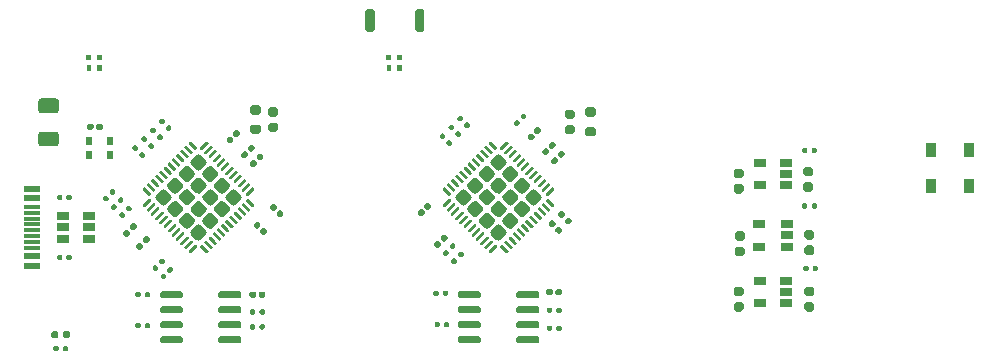
<source format=gtp>
G04 #@! TF.GenerationSoftware,KiCad,Pcbnew,(5.1.10)-1*
G04 #@! TF.CreationDate,2021-10-21T22:48:54+02:00*
G04 #@! TF.ProjectId,mta1_usb_dev,6d746131-5f75-4736-925f-6465762e6b69,rev?*
G04 #@! TF.SameCoordinates,Original*
G04 #@! TF.FileFunction,Paste,Top*
G04 #@! TF.FilePolarity,Positive*
%FSLAX46Y46*%
G04 Gerber Fmt 4.6, Leading zero omitted, Abs format (unit mm)*
G04 Created by KiCad (PCBNEW (5.1.10)-1) date 2021-10-21 22:48:54*
%MOMM*%
%LPD*%
G01*
G04 APERTURE LIST*
%ADD10C,0.010000*%
%ADD11R,1.000000X0.700000*%
%ADD12R,0.600000X0.800000*%
%ADD13R,1.450000X0.600000*%
%ADD14R,1.450000X0.300000*%
%ADD15R,0.900000X1.200000*%
%ADD16R,1.060000X0.650000*%
G04 APERTURE END LIST*
D10*
G36*
X136491980Y-82301080D02*
G01*
X136182100Y-82301080D01*
X136182100Y-81950560D01*
X136491980Y-81950560D01*
X136491980Y-82151220D01*
X136491980Y-82301080D01*
G37*
X136491980Y-82301080D02*
X136182100Y-82301080D01*
X136182100Y-81950560D01*
X136491980Y-81950560D01*
X136491980Y-82151220D01*
X136491980Y-82301080D01*
G36*
X136499600Y-83151980D02*
G01*
X136189720Y-83151980D01*
X136189720Y-82801460D01*
X136499600Y-82801460D01*
X136499600Y-83002120D01*
X136499600Y-83151980D01*
G37*
X136499600Y-83151980D02*
X136189720Y-83151980D01*
X136189720Y-82801460D01*
X136499600Y-82801460D01*
X136499600Y-83002120D01*
X136499600Y-83151980D01*
G36*
X135600440Y-83151980D02*
G01*
X135290560Y-83151980D01*
X135290560Y-82801460D01*
X135600440Y-82801460D01*
X135600440Y-83002120D01*
X135600440Y-83151980D01*
G37*
X135600440Y-83151980D02*
X135290560Y-83151980D01*
X135290560Y-82801460D01*
X135600440Y-82801460D01*
X135600440Y-83002120D01*
X135600440Y-83151980D01*
G36*
X135597900Y-82298540D02*
G01*
X135288020Y-82298540D01*
X135288020Y-81948020D01*
X135597900Y-81948020D01*
X135597900Y-82148680D01*
X135597900Y-82298540D01*
G37*
X135597900Y-82298540D02*
X135288020Y-82298540D01*
X135288020Y-81948020D01*
X135597900Y-81948020D01*
X135597900Y-82148680D01*
X135597900Y-82298540D01*
G36*
X111091980Y-82301080D02*
G01*
X110782100Y-82301080D01*
X110782100Y-81950560D01*
X111091980Y-81950560D01*
X111091980Y-82151220D01*
X111091980Y-82301080D01*
G37*
X111091980Y-82301080D02*
X110782100Y-82301080D01*
X110782100Y-81950560D01*
X111091980Y-81950560D01*
X111091980Y-82151220D01*
X111091980Y-82301080D01*
G36*
X111099600Y-83151980D02*
G01*
X110789720Y-83151980D01*
X110789720Y-82801460D01*
X111099600Y-82801460D01*
X111099600Y-83002120D01*
X111099600Y-83151980D01*
G37*
X111099600Y-83151980D02*
X110789720Y-83151980D01*
X110789720Y-82801460D01*
X111099600Y-82801460D01*
X111099600Y-83002120D01*
X111099600Y-83151980D01*
G36*
X110200440Y-83151980D02*
G01*
X109890560Y-83151980D01*
X109890560Y-82801460D01*
X110200440Y-82801460D01*
X110200440Y-83002120D01*
X110200440Y-83151980D01*
G37*
X110200440Y-83151980D02*
X109890560Y-83151980D01*
X109890560Y-82801460D01*
X110200440Y-82801460D01*
X110200440Y-83002120D01*
X110200440Y-83151980D01*
G36*
X110197900Y-82298540D02*
G01*
X109888020Y-82298540D01*
X109888020Y-81948020D01*
X110197900Y-81948020D01*
X110197900Y-82148680D01*
X110197900Y-82298540D01*
G37*
X110197900Y-82298540D02*
X109888020Y-82298540D01*
X109888020Y-81948020D01*
X110197900Y-81948020D01*
X110197900Y-82148680D01*
X110197900Y-82298540D01*
G36*
G01*
X138500000Y-78200000D02*
X138500000Y-79800000D01*
G75*
G02*
X138300000Y-80000000I-200000J0D01*
G01*
X137900000Y-80000000D01*
G75*
G02*
X137700000Y-79800000I0J200000D01*
G01*
X137700000Y-78200000D01*
G75*
G02*
X137900000Y-78000000I200000J0D01*
G01*
X138300000Y-78000000D01*
G75*
G02*
X138500000Y-78200000I0J-200000D01*
G01*
G37*
G36*
G01*
X134300000Y-78200000D02*
X134300000Y-79800000D01*
G75*
G02*
X134100000Y-80000000I-200000J0D01*
G01*
X133700000Y-80000000D01*
G75*
G02*
X133500000Y-79800000I0J200000D01*
G01*
X133500000Y-78200000D01*
G75*
G02*
X133700000Y-78000000I200000J0D01*
G01*
X134100000Y-78000000D01*
G75*
G02*
X134300000Y-78200000I0J-200000D01*
G01*
G37*
G36*
G01*
X146280000Y-102385000D02*
X146280000Y-102085000D01*
G75*
G02*
X146430000Y-101935000I150000J0D01*
G01*
X148080000Y-101935000D01*
G75*
G02*
X148230000Y-102085000I0J-150000D01*
G01*
X148230000Y-102385000D01*
G75*
G02*
X148080000Y-102535000I-150000J0D01*
G01*
X146430000Y-102535000D01*
G75*
G02*
X146280000Y-102385000I0J150000D01*
G01*
G37*
G36*
G01*
X146280000Y-103655000D02*
X146280000Y-103355000D01*
G75*
G02*
X146430000Y-103205000I150000J0D01*
G01*
X148080000Y-103205000D01*
G75*
G02*
X148230000Y-103355000I0J-150000D01*
G01*
X148230000Y-103655000D01*
G75*
G02*
X148080000Y-103805000I-150000J0D01*
G01*
X146430000Y-103805000D01*
G75*
G02*
X146280000Y-103655000I0J150000D01*
G01*
G37*
G36*
G01*
X146280000Y-104925000D02*
X146280000Y-104625000D01*
G75*
G02*
X146430000Y-104475000I150000J0D01*
G01*
X148080000Y-104475000D01*
G75*
G02*
X148230000Y-104625000I0J-150000D01*
G01*
X148230000Y-104925000D01*
G75*
G02*
X148080000Y-105075000I-150000J0D01*
G01*
X146430000Y-105075000D01*
G75*
G02*
X146280000Y-104925000I0J150000D01*
G01*
G37*
G36*
G01*
X146280000Y-106195000D02*
X146280000Y-105895000D01*
G75*
G02*
X146430000Y-105745000I150000J0D01*
G01*
X148080000Y-105745000D01*
G75*
G02*
X148230000Y-105895000I0J-150000D01*
G01*
X148230000Y-106195000D01*
G75*
G02*
X148080000Y-106345000I-150000J0D01*
G01*
X146430000Y-106345000D01*
G75*
G02*
X146280000Y-106195000I0J150000D01*
G01*
G37*
G36*
G01*
X141330000Y-106195000D02*
X141330000Y-105895000D01*
G75*
G02*
X141480000Y-105745000I150000J0D01*
G01*
X143130000Y-105745000D01*
G75*
G02*
X143280000Y-105895000I0J-150000D01*
G01*
X143280000Y-106195000D01*
G75*
G02*
X143130000Y-106345000I-150000J0D01*
G01*
X141480000Y-106345000D01*
G75*
G02*
X141330000Y-106195000I0J150000D01*
G01*
G37*
G36*
G01*
X141330000Y-104925000D02*
X141330000Y-104625000D01*
G75*
G02*
X141480000Y-104475000I150000J0D01*
G01*
X143130000Y-104475000D01*
G75*
G02*
X143280000Y-104625000I0J-150000D01*
G01*
X143280000Y-104925000D01*
G75*
G02*
X143130000Y-105075000I-150000J0D01*
G01*
X141480000Y-105075000D01*
G75*
G02*
X141330000Y-104925000I0J150000D01*
G01*
G37*
G36*
G01*
X141330000Y-103655000D02*
X141330000Y-103355000D01*
G75*
G02*
X141480000Y-103205000I150000J0D01*
G01*
X143130000Y-103205000D01*
G75*
G02*
X143280000Y-103355000I0J-150000D01*
G01*
X143280000Y-103655000D01*
G75*
G02*
X143130000Y-103805000I-150000J0D01*
G01*
X141480000Y-103805000D01*
G75*
G02*
X141330000Y-103655000I0J150000D01*
G01*
G37*
G36*
G01*
X141330000Y-102385000D02*
X141330000Y-102085000D01*
G75*
G02*
X141480000Y-101935000I150000J0D01*
G01*
X143130000Y-101935000D01*
G75*
G02*
X143280000Y-102085000I0J-150000D01*
G01*
X143280000Y-102385000D01*
G75*
G02*
X143130000Y-102535000I-150000J0D01*
G01*
X141480000Y-102535000D01*
G75*
G02*
X141330000Y-102385000I0J150000D01*
G01*
G37*
G36*
G01*
X121060000Y-102385000D02*
X121060000Y-102085000D01*
G75*
G02*
X121210000Y-101935000I150000J0D01*
G01*
X122860000Y-101935000D01*
G75*
G02*
X123010000Y-102085000I0J-150000D01*
G01*
X123010000Y-102385000D01*
G75*
G02*
X122860000Y-102535000I-150000J0D01*
G01*
X121210000Y-102535000D01*
G75*
G02*
X121060000Y-102385000I0J150000D01*
G01*
G37*
G36*
G01*
X121060000Y-103655000D02*
X121060000Y-103355000D01*
G75*
G02*
X121210000Y-103205000I150000J0D01*
G01*
X122860000Y-103205000D01*
G75*
G02*
X123010000Y-103355000I0J-150000D01*
G01*
X123010000Y-103655000D01*
G75*
G02*
X122860000Y-103805000I-150000J0D01*
G01*
X121210000Y-103805000D01*
G75*
G02*
X121060000Y-103655000I0J150000D01*
G01*
G37*
G36*
G01*
X121060000Y-104925000D02*
X121060000Y-104625000D01*
G75*
G02*
X121210000Y-104475000I150000J0D01*
G01*
X122860000Y-104475000D01*
G75*
G02*
X123010000Y-104625000I0J-150000D01*
G01*
X123010000Y-104925000D01*
G75*
G02*
X122860000Y-105075000I-150000J0D01*
G01*
X121210000Y-105075000D01*
G75*
G02*
X121060000Y-104925000I0J150000D01*
G01*
G37*
G36*
G01*
X121060000Y-106195000D02*
X121060000Y-105895000D01*
G75*
G02*
X121210000Y-105745000I150000J0D01*
G01*
X122860000Y-105745000D01*
G75*
G02*
X123010000Y-105895000I0J-150000D01*
G01*
X123010000Y-106195000D01*
G75*
G02*
X122860000Y-106345000I-150000J0D01*
G01*
X121210000Y-106345000D01*
G75*
G02*
X121060000Y-106195000I0J150000D01*
G01*
G37*
G36*
G01*
X116110000Y-106195000D02*
X116110000Y-105895000D01*
G75*
G02*
X116260000Y-105745000I150000J0D01*
G01*
X117910000Y-105745000D01*
G75*
G02*
X118060000Y-105895000I0J-150000D01*
G01*
X118060000Y-106195000D01*
G75*
G02*
X117910000Y-106345000I-150000J0D01*
G01*
X116260000Y-106345000D01*
G75*
G02*
X116110000Y-106195000I0J150000D01*
G01*
G37*
G36*
G01*
X116110000Y-104925000D02*
X116110000Y-104625000D01*
G75*
G02*
X116260000Y-104475000I150000J0D01*
G01*
X117910000Y-104475000D01*
G75*
G02*
X118060000Y-104625000I0J-150000D01*
G01*
X118060000Y-104925000D01*
G75*
G02*
X117910000Y-105075000I-150000J0D01*
G01*
X116260000Y-105075000D01*
G75*
G02*
X116110000Y-104925000I0J150000D01*
G01*
G37*
G36*
G01*
X116110000Y-103655000D02*
X116110000Y-103355000D01*
G75*
G02*
X116260000Y-103205000I150000J0D01*
G01*
X117910000Y-103205000D01*
G75*
G02*
X118060000Y-103355000I0J-150000D01*
G01*
X118060000Y-103655000D01*
G75*
G02*
X117910000Y-103805000I-150000J0D01*
G01*
X116260000Y-103805000D01*
G75*
G02*
X116110000Y-103655000I0J150000D01*
G01*
G37*
G36*
G01*
X116110000Y-102385000D02*
X116110000Y-102085000D01*
G75*
G02*
X116260000Y-101935000I150000J0D01*
G01*
X117910000Y-101935000D01*
G75*
G02*
X118060000Y-102085000I0J-150000D01*
G01*
X118060000Y-102385000D01*
G75*
G02*
X117910000Y-102535000I-150000J0D01*
G01*
X116260000Y-102535000D01*
G75*
G02*
X116110000Y-102385000I0J150000D01*
G01*
G37*
G36*
G01*
X122173071Y-94602254D02*
X121727594Y-94156777D01*
G75*
G02*
X121727594Y-93803223I176777J176777D01*
G01*
X122173071Y-93357746D01*
G75*
G02*
X122526625Y-93357746I176777J-176777D01*
G01*
X122972102Y-93803223D01*
G75*
G02*
X122972102Y-94156777I-176777J-176777D01*
G01*
X122526625Y-94602254D01*
G75*
G02*
X122173071Y-94602254I-176777J176777D01*
G01*
G37*
G36*
G01*
X121183122Y-93612305D02*
X120737645Y-93166828D01*
G75*
G02*
X120737645Y-92813274I176777J176777D01*
G01*
X121183122Y-92367797D01*
G75*
G02*
X121536676Y-92367797I176777J-176777D01*
G01*
X121982153Y-92813274D01*
G75*
G02*
X121982153Y-93166828I-176777J-176777D01*
G01*
X121536676Y-93612305D01*
G75*
G02*
X121183122Y-93612305I-176777J176777D01*
G01*
G37*
G36*
G01*
X120193172Y-92622355D02*
X119747695Y-92176878D01*
G75*
G02*
X119747695Y-91823324I176777J176777D01*
G01*
X120193172Y-91377847D01*
G75*
G02*
X120546726Y-91377847I176777J-176777D01*
G01*
X120992203Y-91823324D01*
G75*
G02*
X120992203Y-92176878I-176777J-176777D01*
G01*
X120546726Y-92622355D01*
G75*
G02*
X120193172Y-92622355I-176777J176777D01*
G01*
G37*
G36*
G01*
X119203223Y-91632406D02*
X118757746Y-91186929D01*
G75*
G02*
X118757746Y-90833375I176777J176777D01*
G01*
X119203223Y-90387898D01*
G75*
G02*
X119556777Y-90387898I176777J-176777D01*
G01*
X120002254Y-90833375D01*
G75*
G02*
X120002254Y-91186929I-176777J-176777D01*
G01*
X119556777Y-91632406D01*
G75*
G02*
X119203223Y-91632406I-176777J176777D01*
G01*
G37*
G36*
G01*
X121183122Y-95592203D02*
X120737645Y-95146726D01*
G75*
G02*
X120737645Y-94793172I176777J176777D01*
G01*
X121183122Y-94347695D01*
G75*
G02*
X121536676Y-94347695I176777J-176777D01*
G01*
X121982153Y-94793172D01*
G75*
G02*
X121982153Y-95146726I-176777J-176777D01*
G01*
X121536676Y-95592203D01*
G75*
G02*
X121183122Y-95592203I-176777J176777D01*
G01*
G37*
G36*
G01*
X120193172Y-94602254D02*
X119747695Y-94156777D01*
G75*
G02*
X119747695Y-93803223I176777J176777D01*
G01*
X120193172Y-93357746D01*
G75*
G02*
X120546726Y-93357746I176777J-176777D01*
G01*
X120992203Y-93803223D01*
G75*
G02*
X120992203Y-94156777I-176777J-176777D01*
G01*
X120546726Y-94602254D01*
G75*
G02*
X120193172Y-94602254I-176777J176777D01*
G01*
G37*
G36*
G01*
X119203223Y-93612305D02*
X118757746Y-93166828D01*
G75*
G02*
X118757746Y-92813274I176777J176777D01*
G01*
X119203223Y-92367797D01*
G75*
G02*
X119556777Y-92367797I176777J-176777D01*
G01*
X120002254Y-92813274D01*
G75*
G02*
X120002254Y-93166828I-176777J-176777D01*
G01*
X119556777Y-93612305D01*
G75*
G02*
X119203223Y-93612305I-176777J176777D01*
G01*
G37*
G36*
G01*
X118213274Y-92622355D02*
X117767797Y-92176878D01*
G75*
G02*
X117767797Y-91823324I176777J176777D01*
G01*
X118213274Y-91377847D01*
G75*
G02*
X118566828Y-91377847I176777J-176777D01*
G01*
X119012305Y-91823324D01*
G75*
G02*
X119012305Y-92176878I-176777J-176777D01*
G01*
X118566828Y-92622355D01*
G75*
G02*
X118213274Y-92622355I-176777J176777D01*
G01*
G37*
G36*
G01*
X120193172Y-96582153D02*
X119747695Y-96136676D01*
G75*
G02*
X119747695Y-95783122I176777J176777D01*
G01*
X120193172Y-95337645D01*
G75*
G02*
X120546726Y-95337645I176777J-176777D01*
G01*
X120992203Y-95783122D01*
G75*
G02*
X120992203Y-96136676I-176777J-176777D01*
G01*
X120546726Y-96582153D01*
G75*
G02*
X120193172Y-96582153I-176777J176777D01*
G01*
G37*
G36*
G01*
X119203223Y-95592203D02*
X118757746Y-95146726D01*
G75*
G02*
X118757746Y-94793172I176777J176777D01*
G01*
X119203223Y-94347695D01*
G75*
G02*
X119556777Y-94347695I176777J-176777D01*
G01*
X120002254Y-94793172D01*
G75*
G02*
X120002254Y-95146726I-176777J-176777D01*
G01*
X119556777Y-95592203D01*
G75*
G02*
X119203223Y-95592203I-176777J176777D01*
G01*
G37*
G36*
G01*
X118213274Y-94602254D02*
X117767797Y-94156777D01*
G75*
G02*
X117767797Y-93803223I176777J176777D01*
G01*
X118213274Y-93357746D01*
G75*
G02*
X118566828Y-93357746I176777J-176777D01*
G01*
X119012305Y-93803223D01*
G75*
G02*
X119012305Y-94156777I-176777J-176777D01*
G01*
X118566828Y-94602254D01*
G75*
G02*
X118213274Y-94602254I-176777J176777D01*
G01*
G37*
G36*
G01*
X117223324Y-93612305D02*
X116777847Y-93166828D01*
G75*
G02*
X116777847Y-92813274I176777J176777D01*
G01*
X117223324Y-92367797D01*
G75*
G02*
X117576878Y-92367797I176777J-176777D01*
G01*
X118022355Y-92813274D01*
G75*
G02*
X118022355Y-93166828I-176777J-176777D01*
G01*
X117576878Y-93612305D01*
G75*
G02*
X117223324Y-93612305I-176777J176777D01*
G01*
G37*
G36*
G01*
X119203223Y-97572102D02*
X118757746Y-97126625D01*
G75*
G02*
X118757746Y-96773071I176777J176777D01*
G01*
X119203223Y-96327594D01*
G75*
G02*
X119556777Y-96327594I176777J-176777D01*
G01*
X120002254Y-96773071D01*
G75*
G02*
X120002254Y-97126625I-176777J-176777D01*
G01*
X119556777Y-97572102D01*
G75*
G02*
X119203223Y-97572102I-176777J176777D01*
G01*
G37*
G36*
G01*
X118213274Y-96582153D02*
X117767797Y-96136676D01*
G75*
G02*
X117767797Y-95783122I176777J176777D01*
G01*
X118213274Y-95337645D01*
G75*
G02*
X118566828Y-95337645I176777J-176777D01*
G01*
X119012305Y-95783122D01*
G75*
G02*
X119012305Y-96136676I-176777J-176777D01*
G01*
X118566828Y-96582153D01*
G75*
G02*
X118213274Y-96582153I-176777J176777D01*
G01*
G37*
G36*
G01*
X117223324Y-95592203D02*
X116777847Y-95146726D01*
G75*
G02*
X116777847Y-94793172I176777J176777D01*
G01*
X117223324Y-94347695D01*
G75*
G02*
X117576878Y-94347695I176777J-176777D01*
G01*
X118022355Y-94793172D01*
G75*
G02*
X118022355Y-95146726I-176777J-176777D01*
G01*
X117576878Y-95592203D01*
G75*
G02*
X117223324Y-95592203I-176777J176777D01*
G01*
G37*
G36*
G01*
X116233375Y-94602254D02*
X115787898Y-94156777D01*
G75*
G02*
X115787898Y-93803223I176777J176777D01*
G01*
X116233375Y-93357746D01*
G75*
G02*
X116586929Y-93357746I176777J-176777D01*
G01*
X117032406Y-93803223D01*
G75*
G02*
X117032406Y-94156777I-176777J-176777D01*
G01*
X116586929Y-94602254D01*
G75*
G02*
X116233375Y-94602254I-176777J176777D01*
G01*
G37*
G36*
G01*
X115181554Y-93847417D02*
X114651224Y-93317087D01*
G75*
G02*
X114651224Y-93228699I44194J44194D01*
G01*
X114739612Y-93140311D01*
G75*
G02*
X114828000Y-93140311I44194J-44194D01*
G01*
X115358330Y-93670641D01*
G75*
G02*
X115358330Y-93759029I-44194J-44194D01*
G01*
X115269942Y-93847417D01*
G75*
G02*
X115181554Y-93847417I-44194J44194D01*
G01*
G37*
G36*
G01*
X115535107Y-93493864D02*
X115004777Y-92963534D01*
G75*
G02*
X115004777Y-92875146I44194J44194D01*
G01*
X115093165Y-92786758D01*
G75*
G02*
X115181553Y-92786758I44194J-44194D01*
G01*
X115711883Y-93317088D01*
G75*
G02*
X115711883Y-93405476I-44194J-44194D01*
G01*
X115623495Y-93493864D01*
G75*
G02*
X115535107Y-93493864I-44194J44194D01*
G01*
G37*
G36*
G01*
X115888661Y-93140310D02*
X115358331Y-92609980D01*
G75*
G02*
X115358331Y-92521592I44194J44194D01*
G01*
X115446719Y-92433204D01*
G75*
G02*
X115535107Y-92433204I44194J-44194D01*
G01*
X116065437Y-92963534D01*
G75*
G02*
X116065437Y-93051922I-44194J-44194D01*
G01*
X115977049Y-93140310D01*
G75*
G02*
X115888661Y-93140310I-44194J44194D01*
G01*
G37*
G36*
G01*
X116242214Y-92786757D02*
X115711884Y-92256427D01*
G75*
G02*
X115711884Y-92168039I44194J44194D01*
G01*
X115800272Y-92079651D01*
G75*
G02*
X115888660Y-92079651I44194J-44194D01*
G01*
X116418990Y-92609981D01*
G75*
G02*
X116418990Y-92698369I-44194J-44194D01*
G01*
X116330602Y-92786757D01*
G75*
G02*
X116242214Y-92786757I-44194J44194D01*
G01*
G37*
G36*
G01*
X116595767Y-92433204D02*
X116065437Y-91902874D01*
G75*
G02*
X116065437Y-91814486I44194J44194D01*
G01*
X116153825Y-91726098D01*
G75*
G02*
X116242213Y-91726098I44194J-44194D01*
G01*
X116772543Y-92256428D01*
G75*
G02*
X116772543Y-92344816I-44194J-44194D01*
G01*
X116684155Y-92433204D01*
G75*
G02*
X116595767Y-92433204I-44194J44194D01*
G01*
G37*
G36*
G01*
X116949321Y-92079650D02*
X116418991Y-91549320D01*
G75*
G02*
X116418991Y-91460932I44194J44194D01*
G01*
X116507379Y-91372544D01*
G75*
G02*
X116595767Y-91372544I44194J-44194D01*
G01*
X117126097Y-91902874D01*
G75*
G02*
X117126097Y-91991262I-44194J-44194D01*
G01*
X117037709Y-92079650D01*
G75*
G02*
X116949321Y-92079650I-44194J44194D01*
G01*
G37*
G36*
G01*
X117302874Y-91726097D02*
X116772544Y-91195767D01*
G75*
G02*
X116772544Y-91107379I44194J44194D01*
G01*
X116860932Y-91018991D01*
G75*
G02*
X116949320Y-91018991I44194J-44194D01*
G01*
X117479650Y-91549321D01*
G75*
G02*
X117479650Y-91637709I-44194J-44194D01*
G01*
X117391262Y-91726097D01*
G75*
G02*
X117302874Y-91726097I-44194J44194D01*
G01*
G37*
G36*
G01*
X117656428Y-91372543D02*
X117126098Y-90842213D01*
G75*
G02*
X117126098Y-90753825I44194J44194D01*
G01*
X117214486Y-90665437D01*
G75*
G02*
X117302874Y-90665437I44194J-44194D01*
G01*
X117833204Y-91195767D01*
G75*
G02*
X117833204Y-91284155I-44194J-44194D01*
G01*
X117744816Y-91372543D01*
G75*
G02*
X117656428Y-91372543I-44194J44194D01*
G01*
G37*
G36*
G01*
X118009981Y-91018990D02*
X117479651Y-90488660D01*
G75*
G02*
X117479651Y-90400272I44194J44194D01*
G01*
X117568039Y-90311884D01*
G75*
G02*
X117656427Y-90311884I44194J-44194D01*
G01*
X118186757Y-90842214D01*
G75*
G02*
X118186757Y-90930602I-44194J-44194D01*
G01*
X118098369Y-91018990D01*
G75*
G02*
X118009981Y-91018990I-44194J44194D01*
G01*
G37*
G36*
G01*
X118363534Y-90665437D02*
X117833204Y-90135107D01*
G75*
G02*
X117833204Y-90046719I44194J44194D01*
G01*
X117921592Y-89958331D01*
G75*
G02*
X118009980Y-89958331I44194J-44194D01*
G01*
X118540310Y-90488661D01*
G75*
G02*
X118540310Y-90577049I-44194J-44194D01*
G01*
X118451922Y-90665437D01*
G75*
G02*
X118363534Y-90665437I-44194J44194D01*
G01*
G37*
G36*
G01*
X118717088Y-90311883D02*
X118186758Y-89781553D01*
G75*
G02*
X118186758Y-89693165I44194J44194D01*
G01*
X118275146Y-89604777D01*
G75*
G02*
X118363534Y-89604777I44194J-44194D01*
G01*
X118893864Y-90135107D01*
G75*
G02*
X118893864Y-90223495I-44194J-44194D01*
G01*
X118805476Y-90311883D01*
G75*
G02*
X118717088Y-90311883I-44194J44194D01*
G01*
G37*
G36*
G01*
X119070641Y-89958330D02*
X118540311Y-89428000D01*
G75*
G02*
X118540311Y-89339612I44194J44194D01*
G01*
X118628699Y-89251224D01*
G75*
G02*
X118717087Y-89251224I44194J-44194D01*
G01*
X119247417Y-89781554D01*
G75*
G02*
X119247417Y-89869942I-44194J-44194D01*
G01*
X119159029Y-89958330D01*
G75*
G02*
X119070641Y-89958330I-44194J44194D01*
G01*
G37*
G36*
G01*
X119600971Y-89958330D02*
X119512583Y-89869942D01*
G75*
G02*
X119512583Y-89781554I44194J44194D01*
G01*
X120042913Y-89251224D01*
G75*
G02*
X120131301Y-89251224I44194J-44194D01*
G01*
X120219689Y-89339612D01*
G75*
G02*
X120219689Y-89428000I-44194J-44194D01*
G01*
X119689359Y-89958330D01*
G75*
G02*
X119600971Y-89958330I-44194J44194D01*
G01*
G37*
G36*
G01*
X119954524Y-90311883D02*
X119866136Y-90223495D01*
G75*
G02*
X119866136Y-90135107I44194J44194D01*
G01*
X120396466Y-89604777D01*
G75*
G02*
X120484854Y-89604777I44194J-44194D01*
G01*
X120573242Y-89693165D01*
G75*
G02*
X120573242Y-89781553I-44194J-44194D01*
G01*
X120042912Y-90311883D01*
G75*
G02*
X119954524Y-90311883I-44194J44194D01*
G01*
G37*
G36*
G01*
X120308078Y-90665437D02*
X120219690Y-90577049D01*
G75*
G02*
X120219690Y-90488661I44194J44194D01*
G01*
X120750020Y-89958331D01*
G75*
G02*
X120838408Y-89958331I44194J-44194D01*
G01*
X120926796Y-90046719D01*
G75*
G02*
X120926796Y-90135107I-44194J-44194D01*
G01*
X120396466Y-90665437D01*
G75*
G02*
X120308078Y-90665437I-44194J44194D01*
G01*
G37*
G36*
G01*
X120661631Y-91018990D02*
X120573243Y-90930602D01*
G75*
G02*
X120573243Y-90842214I44194J44194D01*
G01*
X121103573Y-90311884D01*
G75*
G02*
X121191961Y-90311884I44194J-44194D01*
G01*
X121280349Y-90400272D01*
G75*
G02*
X121280349Y-90488660I-44194J-44194D01*
G01*
X120750019Y-91018990D01*
G75*
G02*
X120661631Y-91018990I-44194J44194D01*
G01*
G37*
G36*
G01*
X121015184Y-91372543D02*
X120926796Y-91284155D01*
G75*
G02*
X120926796Y-91195767I44194J44194D01*
G01*
X121457126Y-90665437D01*
G75*
G02*
X121545514Y-90665437I44194J-44194D01*
G01*
X121633902Y-90753825D01*
G75*
G02*
X121633902Y-90842213I-44194J-44194D01*
G01*
X121103572Y-91372543D01*
G75*
G02*
X121015184Y-91372543I-44194J44194D01*
G01*
G37*
G36*
G01*
X121368738Y-91726097D02*
X121280350Y-91637709D01*
G75*
G02*
X121280350Y-91549321I44194J44194D01*
G01*
X121810680Y-91018991D01*
G75*
G02*
X121899068Y-91018991I44194J-44194D01*
G01*
X121987456Y-91107379D01*
G75*
G02*
X121987456Y-91195767I-44194J-44194D01*
G01*
X121457126Y-91726097D01*
G75*
G02*
X121368738Y-91726097I-44194J44194D01*
G01*
G37*
G36*
G01*
X121722291Y-92079650D02*
X121633903Y-91991262D01*
G75*
G02*
X121633903Y-91902874I44194J44194D01*
G01*
X122164233Y-91372544D01*
G75*
G02*
X122252621Y-91372544I44194J-44194D01*
G01*
X122341009Y-91460932D01*
G75*
G02*
X122341009Y-91549320I-44194J-44194D01*
G01*
X121810679Y-92079650D01*
G75*
G02*
X121722291Y-92079650I-44194J44194D01*
G01*
G37*
G36*
G01*
X122075845Y-92433204D02*
X121987457Y-92344816D01*
G75*
G02*
X121987457Y-92256428I44194J44194D01*
G01*
X122517787Y-91726098D01*
G75*
G02*
X122606175Y-91726098I44194J-44194D01*
G01*
X122694563Y-91814486D01*
G75*
G02*
X122694563Y-91902874I-44194J-44194D01*
G01*
X122164233Y-92433204D01*
G75*
G02*
X122075845Y-92433204I-44194J44194D01*
G01*
G37*
G36*
G01*
X122429398Y-92786757D02*
X122341010Y-92698369D01*
G75*
G02*
X122341010Y-92609981I44194J44194D01*
G01*
X122871340Y-92079651D01*
G75*
G02*
X122959728Y-92079651I44194J-44194D01*
G01*
X123048116Y-92168039D01*
G75*
G02*
X123048116Y-92256427I-44194J-44194D01*
G01*
X122517786Y-92786757D01*
G75*
G02*
X122429398Y-92786757I-44194J44194D01*
G01*
G37*
G36*
G01*
X122782951Y-93140310D02*
X122694563Y-93051922D01*
G75*
G02*
X122694563Y-92963534I44194J44194D01*
G01*
X123224893Y-92433204D01*
G75*
G02*
X123313281Y-92433204I44194J-44194D01*
G01*
X123401669Y-92521592D01*
G75*
G02*
X123401669Y-92609980I-44194J-44194D01*
G01*
X122871339Y-93140310D01*
G75*
G02*
X122782951Y-93140310I-44194J44194D01*
G01*
G37*
G36*
G01*
X123136505Y-93493864D02*
X123048117Y-93405476D01*
G75*
G02*
X123048117Y-93317088I44194J44194D01*
G01*
X123578447Y-92786758D01*
G75*
G02*
X123666835Y-92786758I44194J-44194D01*
G01*
X123755223Y-92875146D01*
G75*
G02*
X123755223Y-92963534I-44194J-44194D01*
G01*
X123224893Y-93493864D01*
G75*
G02*
X123136505Y-93493864I-44194J44194D01*
G01*
G37*
G36*
G01*
X123490058Y-93847417D02*
X123401670Y-93759029D01*
G75*
G02*
X123401670Y-93670641I44194J44194D01*
G01*
X123932000Y-93140311D01*
G75*
G02*
X124020388Y-93140311I44194J-44194D01*
G01*
X124108776Y-93228699D01*
G75*
G02*
X124108776Y-93317087I-44194J-44194D01*
G01*
X123578446Y-93847417D01*
G75*
G02*
X123490058Y-93847417I-44194J44194D01*
G01*
G37*
G36*
G01*
X123932000Y-94819689D02*
X123401670Y-94289359D01*
G75*
G02*
X123401670Y-94200971I44194J44194D01*
G01*
X123490058Y-94112583D01*
G75*
G02*
X123578446Y-94112583I44194J-44194D01*
G01*
X124108776Y-94642913D01*
G75*
G02*
X124108776Y-94731301I-44194J-44194D01*
G01*
X124020388Y-94819689D01*
G75*
G02*
X123932000Y-94819689I-44194J44194D01*
G01*
G37*
G36*
G01*
X123578447Y-95173242D02*
X123048117Y-94642912D01*
G75*
G02*
X123048117Y-94554524I44194J44194D01*
G01*
X123136505Y-94466136D01*
G75*
G02*
X123224893Y-94466136I44194J-44194D01*
G01*
X123755223Y-94996466D01*
G75*
G02*
X123755223Y-95084854I-44194J-44194D01*
G01*
X123666835Y-95173242D01*
G75*
G02*
X123578447Y-95173242I-44194J44194D01*
G01*
G37*
G36*
G01*
X123224893Y-95526796D02*
X122694563Y-94996466D01*
G75*
G02*
X122694563Y-94908078I44194J44194D01*
G01*
X122782951Y-94819690D01*
G75*
G02*
X122871339Y-94819690I44194J-44194D01*
G01*
X123401669Y-95350020D01*
G75*
G02*
X123401669Y-95438408I-44194J-44194D01*
G01*
X123313281Y-95526796D01*
G75*
G02*
X123224893Y-95526796I-44194J44194D01*
G01*
G37*
G36*
G01*
X122871340Y-95880349D02*
X122341010Y-95350019D01*
G75*
G02*
X122341010Y-95261631I44194J44194D01*
G01*
X122429398Y-95173243D01*
G75*
G02*
X122517786Y-95173243I44194J-44194D01*
G01*
X123048116Y-95703573D01*
G75*
G02*
X123048116Y-95791961I-44194J-44194D01*
G01*
X122959728Y-95880349D01*
G75*
G02*
X122871340Y-95880349I-44194J44194D01*
G01*
G37*
G36*
G01*
X122517787Y-96233902D02*
X121987457Y-95703572D01*
G75*
G02*
X121987457Y-95615184I44194J44194D01*
G01*
X122075845Y-95526796D01*
G75*
G02*
X122164233Y-95526796I44194J-44194D01*
G01*
X122694563Y-96057126D01*
G75*
G02*
X122694563Y-96145514I-44194J-44194D01*
G01*
X122606175Y-96233902D01*
G75*
G02*
X122517787Y-96233902I-44194J44194D01*
G01*
G37*
G36*
G01*
X122164233Y-96587456D02*
X121633903Y-96057126D01*
G75*
G02*
X121633903Y-95968738I44194J44194D01*
G01*
X121722291Y-95880350D01*
G75*
G02*
X121810679Y-95880350I44194J-44194D01*
G01*
X122341009Y-96410680D01*
G75*
G02*
X122341009Y-96499068I-44194J-44194D01*
G01*
X122252621Y-96587456D01*
G75*
G02*
X122164233Y-96587456I-44194J44194D01*
G01*
G37*
G36*
G01*
X121810680Y-96941009D02*
X121280350Y-96410679D01*
G75*
G02*
X121280350Y-96322291I44194J44194D01*
G01*
X121368738Y-96233903D01*
G75*
G02*
X121457126Y-96233903I44194J-44194D01*
G01*
X121987456Y-96764233D01*
G75*
G02*
X121987456Y-96852621I-44194J-44194D01*
G01*
X121899068Y-96941009D01*
G75*
G02*
X121810680Y-96941009I-44194J44194D01*
G01*
G37*
G36*
G01*
X121457126Y-97294563D02*
X120926796Y-96764233D01*
G75*
G02*
X120926796Y-96675845I44194J44194D01*
G01*
X121015184Y-96587457D01*
G75*
G02*
X121103572Y-96587457I44194J-44194D01*
G01*
X121633902Y-97117787D01*
G75*
G02*
X121633902Y-97206175I-44194J-44194D01*
G01*
X121545514Y-97294563D01*
G75*
G02*
X121457126Y-97294563I-44194J44194D01*
G01*
G37*
G36*
G01*
X121103573Y-97648116D02*
X120573243Y-97117786D01*
G75*
G02*
X120573243Y-97029398I44194J44194D01*
G01*
X120661631Y-96941010D01*
G75*
G02*
X120750019Y-96941010I44194J-44194D01*
G01*
X121280349Y-97471340D01*
G75*
G02*
X121280349Y-97559728I-44194J-44194D01*
G01*
X121191961Y-97648116D01*
G75*
G02*
X121103573Y-97648116I-44194J44194D01*
G01*
G37*
G36*
G01*
X120750020Y-98001669D02*
X120219690Y-97471339D01*
G75*
G02*
X120219690Y-97382951I44194J44194D01*
G01*
X120308078Y-97294563D01*
G75*
G02*
X120396466Y-97294563I44194J-44194D01*
G01*
X120926796Y-97824893D01*
G75*
G02*
X120926796Y-97913281I-44194J-44194D01*
G01*
X120838408Y-98001669D01*
G75*
G02*
X120750020Y-98001669I-44194J44194D01*
G01*
G37*
G36*
G01*
X120396466Y-98355223D02*
X119866136Y-97824893D01*
G75*
G02*
X119866136Y-97736505I44194J44194D01*
G01*
X119954524Y-97648117D01*
G75*
G02*
X120042912Y-97648117I44194J-44194D01*
G01*
X120573242Y-98178447D01*
G75*
G02*
X120573242Y-98266835I-44194J-44194D01*
G01*
X120484854Y-98355223D01*
G75*
G02*
X120396466Y-98355223I-44194J44194D01*
G01*
G37*
G36*
G01*
X120042913Y-98708776D02*
X119512583Y-98178446D01*
G75*
G02*
X119512583Y-98090058I44194J44194D01*
G01*
X119600971Y-98001670D01*
G75*
G02*
X119689359Y-98001670I44194J-44194D01*
G01*
X120219689Y-98532000D01*
G75*
G02*
X120219689Y-98620388I-44194J-44194D01*
G01*
X120131301Y-98708776D01*
G75*
G02*
X120042913Y-98708776I-44194J44194D01*
G01*
G37*
G36*
G01*
X118628699Y-98708776D02*
X118540311Y-98620388D01*
G75*
G02*
X118540311Y-98532000I44194J44194D01*
G01*
X119070641Y-98001670D01*
G75*
G02*
X119159029Y-98001670I44194J-44194D01*
G01*
X119247417Y-98090058D01*
G75*
G02*
X119247417Y-98178446I-44194J-44194D01*
G01*
X118717087Y-98708776D01*
G75*
G02*
X118628699Y-98708776I-44194J44194D01*
G01*
G37*
G36*
G01*
X118275146Y-98355223D02*
X118186758Y-98266835D01*
G75*
G02*
X118186758Y-98178447I44194J44194D01*
G01*
X118717088Y-97648117D01*
G75*
G02*
X118805476Y-97648117I44194J-44194D01*
G01*
X118893864Y-97736505D01*
G75*
G02*
X118893864Y-97824893I-44194J-44194D01*
G01*
X118363534Y-98355223D01*
G75*
G02*
X118275146Y-98355223I-44194J44194D01*
G01*
G37*
G36*
G01*
X117921592Y-98001669D02*
X117833204Y-97913281D01*
G75*
G02*
X117833204Y-97824893I44194J44194D01*
G01*
X118363534Y-97294563D01*
G75*
G02*
X118451922Y-97294563I44194J-44194D01*
G01*
X118540310Y-97382951D01*
G75*
G02*
X118540310Y-97471339I-44194J-44194D01*
G01*
X118009980Y-98001669D01*
G75*
G02*
X117921592Y-98001669I-44194J44194D01*
G01*
G37*
G36*
G01*
X117568039Y-97648116D02*
X117479651Y-97559728D01*
G75*
G02*
X117479651Y-97471340I44194J44194D01*
G01*
X118009981Y-96941010D01*
G75*
G02*
X118098369Y-96941010I44194J-44194D01*
G01*
X118186757Y-97029398D01*
G75*
G02*
X118186757Y-97117786I-44194J-44194D01*
G01*
X117656427Y-97648116D01*
G75*
G02*
X117568039Y-97648116I-44194J44194D01*
G01*
G37*
G36*
G01*
X117214486Y-97294563D02*
X117126098Y-97206175D01*
G75*
G02*
X117126098Y-97117787I44194J44194D01*
G01*
X117656428Y-96587457D01*
G75*
G02*
X117744816Y-96587457I44194J-44194D01*
G01*
X117833204Y-96675845D01*
G75*
G02*
X117833204Y-96764233I-44194J-44194D01*
G01*
X117302874Y-97294563D01*
G75*
G02*
X117214486Y-97294563I-44194J44194D01*
G01*
G37*
G36*
G01*
X116860932Y-96941009D02*
X116772544Y-96852621D01*
G75*
G02*
X116772544Y-96764233I44194J44194D01*
G01*
X117302874Y-96233903D01*
G75*
G02*
X117391262Y-96233903I44194J-44194D01*
G01*
X117479650Y-96322291D01*
G75*
G02*
X117479650Y-96410679I-44194J-44194D01*
G01*
X116949320Y-96941009D01*
G75*
G02*
X116860932Y-96941009I-44194J44194D01*
G01*
G37*
G36*
G01*
X116507379Y-96587456D02*
X116418991Y-96499068D01*
G75*
G02*
X116418991Y-96410680I44194J44194D01*
G01*
X116949321Y-95880350D01*
G75*
G02*
X117037709Y-95880350I44194J-44194D01*
G01*
X117126097Y-95968738D01*
G75*
G02*
X117126097Y-96057126I-44194J-44194D01*
G01*
X116595767Y-96587456D01*
G75*
G02*
X116507379Y-96587456I-44194J44194D01*
G01*
G37*
G36*
G01*
X116153825Y-96233902D02*
X116065437Y-96145514D01*
G75*
G02*
X116065437Y-96057126I44194J44194D01*
G01*
X116595767Y-95526796D01*
G75*
G02*
X116684155Y-95526796I44194J-44194D01*
G01*
X116772543Y-95615184D01*
G75*
G02*
X116772543Y-95703572I-44194J-44194D01*
G01*
X116242213Y-96233902D01*
G75*
G02*
X116153825Y-96233902I-44194J44194D01*
G01*
G37*
G36*
G01*
X115800272Y-95880349D02*
X115711884Y-95791961D01*
G75*
G02*
X115711884Y-95703573I44194J44194D01*
G01*
X116242214Y-95173243D01*
G75*
G02*
X116330602Y-95173243I44194J-44194D01*
G01*
X116418990Y-95261631D01*
G75*
G02*
X116418990Y-95350019I-44194J-44194D01*
G01*
X115888660Y-95880349D01*
G75*
G02*
X115800272Y-95880349I-44194J44194D01*
G01*
G37*
G36*
G01*
X115446719Y-95526796D02*
X115358331Y-95438408D01*
G75*
G02*
X115358331Y-95350020I44194J44194D01*
G01*
X115888661Y-94819690D01*
G75*
G02*
X115977049Y-94819690I44194J-44194D01*
G01*
X116065437Y-94908078D01*
G75*
G02*
X116065437Y-94996466I-44194J-44194D01*
G01*
X115535107Y-95526796D01*
G75*
G02*
X115446719Y-95526796I-44194J44194D01*
G01*
G37*
G36*
G01*
X115093165Y-95173242D02*
X115004777Y-95084854D01*
G75*
G02*
X115004777Y-94996466I44194J44194D01*
G01*
X115535107Y-94466136D01*
G75*
G02*
X115623495Y-94466136I44194J-44194D01*
G01*
X115711883Y-94554524D01*
G75*
G02*
X115711883Y-94642912I-44194J-44194D01*
G01*
X115181553Y-95173242D01*
G75*
G02*
X115093165Y-95173242I-44194J44194D01*
G01*
G37*
G36*
G01*
X114739612Y-94819689D02*
X114651224Y-94731301D01*
G75*
G02*
X114651224Y-94642913I44194J44194D01*
G01*
X115181554Y-94112583D01*
G75*
G02*
X115269942Y-94112583I44194J-44194D01*
G01*
X115358330Y-94200971D01*
G75*
G02*
X115358330Y-94289359I-44194J-44194D01*
G01*
X114828000Y-94819689D01*
G75*
G02*
X114739612Y-94819689I-44194J44194D01*
G01*
G37*
G36*
G01*
X147573071Y-94602254D02*
X147127594Y-94156777D01*
G75*
G02*
X147127594Y-93803223I176777J176777D01*
G01*
X147573071Y-93357746D01*
G75*
G02*
X147926625Y-93357746I176777J-176777D01*
G01*
X148372102Y-93803223D01*
G75*
G02*
X148372102Y-94156777I-176777J-176777D01*
G01*
X147926625Y-94602254D01*
G75*
G02*
X147573071Y-94602254I-176777J176777D01*
G01*
G37*
G36*
G01*
X146583122Y-93612305D02*
X146137645Y-93166828D01*
G75*
G02*
X146137645Y-92813274I176777J176777D01*
G01*
X146583122Y-92367797D01*
G75*
G02*
X146936676Y-92367797I176777J-176777D01*
G01*
X147382153Y-92813274D01*
G75*
G02*
X147382153Y-93166828I-176777J-176777D01*
G01*
X146936676Y-93612305D01*
G75*
G02*
X146583122Y-93612305I-176777J176777D01*
G01*
G37*
G36*
G01*
X145593172Y-92622355D02*
X145147695Y-92176878D01*
G75*
G02*
X145147695Y-91823324I176777J176777D01*
G01*
X145593172Y-91377847D01*
G75*
G02*
X145946726Y-91377847I176777J-176777D01*
G01*
X146392203Y-91823324D01*
G75*
G02*
X146392203Y-92176878I-176777J-176777D01*
G01*
X145946726Y-92622355D01*
G75*
G02*
X145593172Y-92622355I-176777J176777D01*
G01*
G37*
G36*
G01*
X144603223Y-91632406D02*
X144157746Y-91186929D01*
G75*
G02*
X144157746Y-90833375I176777J176777D01*
G01*
X144603223Y-90387898D01*
G75*
G02*
X144956777Y-90387898I176777J-176777D01*
G01*
X145402254Y-90833375D01*
G75*
G02*
X145402254Y-91186929I-176777J-176777D01*
G01*
X144956777Y-91632406D01*
G75*
G02*
X144603223Y-91632406I-176777J176777D01*
G01*
G37*
G36*
G01*
X146583122Y-95592203D02*
X146137645Y-95146726D01*
G75*
G02*
X146137645Y-94793172I176777J176777D01*
G01*
X146583122Y-94347695D01*
G75*
G02*
X146936676Y-94347695I176777J-176777D01*
G01*
X147382153Y-94793172D01*
G75*
G02*
X147382153Y-95146726I-176777J-176777D01*
G01*
X146936676Y-95592203D01*
G75*
G02*
X146583122Y-95592203I-176777J176777D01*
G01*
G37*
G36*
G01*
X145593172Y-94602254D02*
X145147695Y-94156777D01*
G75*
G02*
X145147695Y-93803223I176777J176777D01*
G01*
X145593172Y-93357746D01*
G75*
G02*
X145946726Y-93357746I176777J-176777D01*
G01*
X146392203Y-93803223D01*
G75*
G02*
X146392203Y-94156777I-176777J-176777D01*
G01*
X145946726Y-94602254D01*
G75*
G02*
X145593172Y-94602254I-176777J176777D01*
G01*
G37*
G36*
G01*
X144603223Y-93612305D02*
X144157746Y-93166828D01*
G75*
G02*
X144157746Y-92813274I176777J176777D01*
G01*
X144603223Y-92367797D01*
G75*
G02*
X144956777Y-92367797I176777J-176777D01*
G01*
X145402254Y-92813274D01*
G75*
G02*
X145402254Y-93166828I-176777J-176777D01*
G01*
X144956777Y-93612305D01*
G75*
G02*
X144603223Y-93612305I-176777J176777D01*
G01*
G37*
G36*
G01*
X143613274Y-92622355D02*
X143167797Y-92176878D01*
G75*
G02*
X143167797Y-91823324I176777J176777D01*
G01*
X143613274Y-91377847D01*
G75*
G02*
X143966828Y-91377847I176777J-176777D01*
G01*
X144412305Y-91823324D01*
G75*
G02*
X144412305Y-92176878I-176777J-176777D01*
G01*
X143966828Y-92622355D01*
G75*
G02*
X143613274Y-92622355I-176777J176777D01*
G01*
G37*
G36*
G01*
X145593172Y-96582153D02*
X145147695Y-96136676D01*
G75*
G02*
X145147695Y-95783122I176777J176777D01*
G01*
X145593172Y-95337645D01*
G75*
G02*
X145946726Y-95337645I176777J-176777D01*
G01*
X146392203Y-95783122D01*
G75*
G02*
X146392203Y-96136676I-176777J-176777D01*
G01*
X145946726Y-96582153D01*
G75*
G02*
X145593172Y-96582153I-176777J176777D01*
G01*
G37*
G36*
G01*
X144603223Y-95592203D02*
X144157746Y-95146726D01*
G75*
G02*
X144157746Y-94793172I176777J176777D01*
G01*
X144603223Y-94347695D01*
G75*
G02*
X144956777Y-94347695I176777J-176777D01*
G01*
X145402254Y-94793172D01*
G75*
G02*
X145402254Y-95146726I-176777J-176777D01*
G01*
X144956777Y-95592203D01*
G75*
G02*
X144603223Y-95592203I-176777J176777D01*
G01*
G37*
G36*
G01*
X143613274Y-94602254D02*
X143167797Y-94156777D01*
G75*
G02*
X143167797Y-93803223I176777J176777D01*
G01*
X143613274Y-93357746D01*
G75*
G02*
X143966828Y-93357746I176777J-176777D01*
G01*
X144412305Y-93803223D01*
G75*
G02*
X144412305Y-94156777I-176777J-176777D01*
G01*
X143966828Y-94602254D01*
G75*
G02*
X143613274Y-94602254I-176777J176777D01*
G01*
G37*
G36*
G01*
X142623324Y-93612305D02*
X142177847Y-93166828D01*
G75*
G02*
X142177847Y-92813274I176777J176777D01*
G01*
X142623324Y-92367797D01*
G75*
G02*
X142976878Y-92367797I176777J-176777D01*
G01*
X143422355Y-92813274D01*
G75*
G02*
X143422355Y-93166828I-176777J-176777D01*
G01*
X142976878Y-93612305D01*
G75*
G02*
X142623324Y-93612305I-176777J176777D01*
G01*
G37*
G36*
G01*
X144603223Y-97572102D02*
X144157746Y-97126625D01*
G75*
G02*
X144157746Y-96773071I176777J176777D01*
G01*
X144603223Y-96327594D01*
G75*
G02*
X144956777Y-96327594I176777J-176777D01*
G01*
X145402254Y-96773071D01*
G75*
G02*
X145402254Y-97126625I-176777J-176777D01*
G01*
X144956777Y-97572102D01*
G75*
G02*
X144603223Y-97572102I-176777J176777D01*
G01*
G37*
G36*
G01*
X143613274Y-96582153D02*
X143167797Y-96136676D01*
G75*
G02*
X143167797Y-95783122I176777J176777D01*
G01*
X143613274Y-95337645D01*
G75*
G02*
X143966828Y-95337645I176777J-176777D01*
G01*
X144412305Y-95783122D01*
G75*
G02*
X144412305Y-96136676I-176777J-176777D01*
G01*
X143966828Y-96582153D01*
G75*
G02*
X143613274Y-96582153I-176777J176777D01*
G01*
G37*
G36*
G01*
X142623324Y-95592203D02*
X142177847Y-95146726D01*
G75*
G02*
X142177847Y-94793172I176777J176777D01*
G01*
X142623324Y-94347695D01*
G75*
G02*
X142976878Y-94347695I176777J-176777D01*
G01*
X143422355Y-94793172D01*
G75*
G02*
X143422355Y-95146726I-176777J-176777D01*
G01*
X142976878Y-95592203D01*
G75*
G02*
X142623324Y-95592203I-176777J176777D01*
G01*
G37*
G36*
G01*
X141633375Y-94602254D02*
X141187898Y-94156777D01*
G75*
G02*
X141187898Y-93803223I176777J176777D01*
G01*
X141633375Y-93357746D01*
G75*
G02*
X141986929Y-93357746I176777J-176777D01*
G01*
X142432406Y-93803223D01*
G75*
G02*
X142432406Y-94156777I-176777J-176777D01*
G01*
X141986929Y-94602254D01*
G75*
G02*
X141633375Y-94602254I-176777J176777D01*
G01*
G37*
G36*
G01*
X140581554Y-93847417D02*
X140051224Y-93317087D01*
G75*
G02*
X140051224Y-93228699I44194J44194D01*
G01*
X140139612Y-93140311D01*
G75*
G02*
X140228000Y-93140311I44194J-44194D01*
G01*
X140758330Y-93670641D01*
G75*
G02*
X140758330Y-93759029I-44194J-44194D01*
G01*
X140669942Y-93847417D01*
G75*
G02*
X140581554Y-93847417I-44194J44194D01*
G01*
G37*
G36*
G01*
X140935107Y-93493864D02*
X140404777Y-92963534D01*
G75*
G02*
X140404777Y-92875146I44194J44194D01*
G01*
X140493165Y-92786758D01*
G75*
G02*
X140581553Y-92786758I44194J-44194D01*
G01*
X141111883Y-93317088D01*
G75*
G02*
X141111883Y-93405476I-44194J-44194D01*
G01*
X141023495Y-93493864D01*
G75*
G02*
X140935107Y-93493864I-44194J44194D01*
G01*
G37*
G36*
G01*
X141288661Y-93140310D02*
X140758331Y-92609980D01*
G75*
G02*
X140758331Y-92521592I44194J44194D01*
G01*
X140846719Y-92433204D01*
G75*
G02*
X140935107Y-92433204I44194J-44194D01*
G01*
X141465437Y-92963534D01*
G75*
G02*
X141465437Y-93051922I-44194J-44194D01*
G01*
X141377049Y-93140310D01*
G75*
G02*
X141288661Y-93140310I-44194J44194D01*
G01*
G37*
G36*
G01*
X141642214Y-92786757D02*
X141111884Y-92256427D01*
G75*
G02*
X141111884Y-92168039I44194J44194D01*
G01*
X141200272Y-92079651D01*
G75*
G02*
X141288660Y-92079651I44194J-44194D01*
G01*
X141818990Y-92609981D01*
G75*
G02*
X141818990Y-92698369I-44194J-44194D01*
G01*
X141730602Y-92786757D01*
G75*
G02*
X141642214Y-92786757I-44194J44194D01*
G01*
G37*
G36*
G01*
X141995767Y-92433204D02*
X141465437Y-91902874D01*
G75*
G02*
X141465437Y-91814486I44194J44194D01*
G01*
X141553825Y-91726098D01*
G75*
G02*
X141642213Y-91726098I44194J-44194D01*
G01*
X142172543Y-92256428D01*
G75*
G02*
X142172543Y-92344816I-44194J-44194D01*
G01*
X142084155Y-92433204D01*
G75*
G02*
X141995767Y-92433204I-44194J44194D01*
G01*
G37*
G36*
G01*
X142349321Y-92079650D02*
X141818991Y-91549320D01*
G75*
G02*
X141818991Y-91460932I44194J44194D01*
G01*
X141907379Y-91372544D01*
G75*
G02*
X141995767Y-91372544I44194J-44194D01*
G01*
X142526097Y-91902874D01*
G75*
G02*
X142526097Y-91991262I-44194J-44194D01*
G01*
X142437709Y-92079650D01*
G75*
G02*
X142349321Y-92079650I-44194J44194D01*
G01*
G37*
G36*
G01*
X142702874Y-91726097D02*
X142172544Y-91195767D01*
G75*
G02*
X142172544Y-91107379I44194J44194D01*
G01*
X142260932Y-91018991D01*
G75*
G02*
X142349320Y-91018991I44194J-44194D01*
G01*
X142879650Y-91549321D01*
G75*
G02*
X142879650Y-91637709I-44194J-44194D01*
G01*
X142791262Y-91726097D01*
G75*
G02*
X142702874Y-91726097I-44194J44194D01*
G01*
G37*
G36*
G01*
X143056428Y-91372543D02*
X142526098Y-90842213D01*
G75*
G02*
X142526098Y-90753825I44194J44194D01*
G01*
X142614486Y-90665437D01*
G75*
G02*
X142702874Y-90665437I44194J-44194D01*
G01*
X143233204Y-91195767D01*
G75*
G02*
X143233204Y-91284155I-44194J-44194D01*
G01*
X143144816Y-91372543D01*
G75*
G02*
X143056428Y-91372543I-44194J44194D01*
G01*
G37*
G36*
G01*
X143409981Y-91018990D02*
X142879651Y-90488660D01*
G75*
G02*
X142879651Y-90400272I44194J44194D01*
G01*
X142968039Y-90311884D01*
G75*
G02*
X143056427Y-90311884I44194J-44194D01*
G01*
X143586757Y-90842214D01*
G75*
G02*
X143586757Y-90930602I-44194J-44194D01*
G01*
X143498369Y-91018990D01*
G75*
G02*
X143409981Y-91018990I-44194J44194D01*
G01*
G37*
G36*
G01*
X143763534Y-90665437D02*
X143233204Y-90135107D01*
G75*
G02*
X143233204Y-90046719I44194J44194D01*
G01*
X143321592Y-89958331D01*
G75*
G02*
X143409980Y-89958331I44194J-44194D01*
G01*
X143940310Y-90488661D01*
G75*
G02*
X143940310Y-90577049I-44194J-44194D01*
G01*
X143851922Y-90665437D01*
G75*
G02*
X143763534Y-90665437I-44194J44194D01*
G01*
G37*
G36*
G01*
X144117088Y-90311883D02*
X143586758Y-89781553D01*
G75*
G02*
X143586758Y-89693165I44194J44194D01*
G01*
X143675146Y-89604777D01*
G75*
G02*
X143763534Y-89604777I44194J-44194D01*
G01*
X144293864Y-90135107D01*
G75*
G02*
X144293864Y-90223495I-44194J-44194D01*
G01*
X144205476Y-90311883D01*
G75*
G02*
X144117088Y-90311883I-44194J44194D01*
G01*
G37*
G36*
G01*
X144470641Y-89958330D02*
X143940311Y-89428000D01*
G75*
G02*
X143940311Y-89339612I44194J44194D01*
G01*
X144028699Y-89251224D01*
G75*
G02*
X144117087Y-89251224I44194J-44194D01*
G01*
X144647417Y-89781554D01*
G75*
G02*
X144647417Y-89869942I-44194J-44194D01*
G01*
X144559029Y-89958330D01*
G75*
G02*
X144470641Y-89958330I-44194J44194D01*
G01*
G37*
G36*
G01*
X145000971Y-89958330D02*
X144912583Y-89869942D01*
G75*
G02*
X144912583Y-89781554I44194J44194D01*
G01*
X145442913Y-89251224D01*
G75*
G02*
X145531301Y-89251224I44194J-44194D01*
G01*
X145619689Y-89339612D01*
G75*
G02*
X145619689Y-89428000I-44194J-44194D01*
G01*
X145089359Y-89958330D01*
G75*
G02*
X145000971Y-89958330I-44194J44194D01*
G01*
G37*
G36*
G01*
X145354524Y-90311883D02*
X145266136Y-90223495D01*
G75*
G02*
X145266136Y-90135107I44194J44194D01*
G01*
X145796466Y-89604777D01*
G75*
G02*
X145884854Y-89604777I44194J-44194D01*
G01*
X145973242Y-89693165D01*
G75*
G02*
X145973242Y-89781553I-44194J-44194D01*
G01*
X145442912Y-90311883D01*
G75*
G02*
X145354524Y-90311883I-44194J44194D01*
G01*
G37*
G36*
G01*
X145708078Y-90665437D02*
X145619690Y-90577049D01*
G75*
G02*
X145619690Y-90488661I44194J44194D01*
G01*
X146150020Y-89958331D01*
G75*
G02*
X146238408Y-89958331I44194J-44194D01*
G01*
X146326796Y-90046719D01*
G75*
G02*
X146326796Y-90135107I-44194J-44194D01*
G01*
X145796466Y-90665437D01*
G75*
G02*
X145708078Y-90665437I-44194J44194D01*
G01*
G37*
G36*
G01*
X146061631Y-91018990D02*
X145973243Y-90930602D01*
G75*
G02*
X145973243Y-90842214I44194J44194D01*
G01*
X146503573Y-90311884D01*
G75*
G02*
X146591961Y-90311884I44194J-44194D01*
G01*
X146680349Y-90400272D01*
G75*
G02*
X146680349Y-90488660I-44194J-44194D01*
G01*
X146150019Y-91018990D01*
G75*
G02*
X146061631Y-91018990I-44194J44194D01*
G01*
G37*
G36*
G01*
X146415184Y-91372543D02*
X146326796Y-91284155D01*
G75*
G02*
X146326796Y-91195767I44194J44194D01*
G01*
X146857126Y-90665437D01*
G75*
G02*
X146945514Y-90665437I44194J-44194D01*
G01*
X147033902Y-90753825D01*
G75*
G02*
X147033902Y-90842213I-44194J-44194D01*
G01*
X146503572Y-91372543D01*
G75*
G02*
X146415184Y-91372543I-44194J44194D01*
G01*
G37*
G36*
G01*
X146768738Y-91726097D02*
X146680350Y-91637709D01*
G75*
G02*
X146680350Y-91549321I44194J44194D01*
G01*
X147210680Y-91018991D01*
G75*
G02*
X147299068Y-91018991I44194J-44194D01*
G01*
X147387456Y-91107379D01*
G75*
G02*
X147387456Y-91195767I-44194J-44194D01*
G01*
X146857126Y-91726097D01*
G75*
G02*
X146768738Y-91726097I-44194J44194D01*
G01*
G37*
G36*
G01*
X147122291Y-92079650D02*
X147033903Y-91991262D01*
G75*
G02*
X147033903Y-91902874I44194J44194D01*
G01*
X147564233Y-91372544D01*
G75*
G02*
X147652621Y-91372544I44194J-44194D01*
G01*
X147741009Y-91460932D01*
G75*
G02*
X147741009Y-91549320I-44194J-44194D01*
G01*
X147210679Y-92079650D01*
G75*
G02*
X147122291Y-92079650I-44194J44194D01*
G01*
G37*
G36*
G01*
X147475845Y-92433204D02*
X147387457Y-92344816D01*
G75*
G02*
X147387457Y-92256428I44194J44194D01*
G01*
X147917787Y-91726098D01*
G75*
G02*
X148006175Y-91726098I44194J-44194D01*
G01*
X148094563Y-91814486D01*
G75*
G02*
X148094563Y-91902874I-44194J-44194D01*
G01*
X147564233Y-92433204D01*
G75*
G02*
X147475845Y-92433204I-44194J44194D01*
G01*
G37*
G36*
G01*
X147829398Y-92786757D02*
X147741010Y-92698369D01*
G75*
G02*
X147741010Y-92609981I44194J44194D01*
G01*
X148271340Y-92079651D01*
G75*
G02*
X148359728Y-92079651I44194J-44194D01*
G01*
X148448116Y-92168039D01*
G75*
G02*
X148448116Y-92256427I-44194J-44194D01*
G01*
X147917786Y-92786757D01*
G75*
G02*
X147829398Y-92786757I-44194J44194D01*
G01*
G37*
G36*
G01*
X148182951Y-93140310D02*
X148094563Y-93051922D01*
G75*
G02*
X148094563Y-92963534I44194J44194D01*
G01*
X148624893Y-92433204D01*
G75*
G02*
X148713281Y-92433204I44194J-44194D01*
G01*
X148801669Y-92521592D01*
G75*
G02*
X148801669Y-92609980I-44194J-44194D01*
G01*
X148271339Y-93140310D01*
G75*
G02*
X148182951Y-93140310I-44194J44194D01*
G01*
G37*
G36*
G01*
X148536505Y-93493864D02*
X148448117Y-93405476D01*
G75*
G02*
X148448117Y-93317088I44194J44194D01*
G01*
X148978447Y-92786758D01*
G75*
G02*
X149066835Y-92786758I44194J-44194D01*
G01*
X149155223Y-92875146D01*
G75*
G02*
X149155223Y-92963534I-44194J-44194D01*
G01*
X148624893Y-93493864D01*
G75*
G02*
X148536505Y-93493864I-44194J44194D01*
G01*
G37*
G36*
G01*
X148890058Y-93847417D02*
X148801670Y-93759029D01*
G75*
G02*
X148801670Y-93670641I44194J44194D01*
G01*
X149332000Y-93140311D01*
G75*
G02*
X149420388Y-93140311I44194J-44194D01*
G01*
X149508776Y-93228699D01*
G75*
G02*
X149508776Y-93317087I-44194J-44194D01*
G01*
X148978446Y-93847417D01*
G75*
G02*
X148890058Y-93847417I-44194J44194D01*
G01*
G37*
G36*
G01*
X149332000Y-94819689D02*
X148801670Y-94289359D01*
G75*
G02*
X148801670Y-94200971I44194J44194D01*
G01*
X148890058Y-94112583D01*
G75*
G02*
X148978446Y-94112583I44194J-44194D01*
G01*
X149508776Y-94642913D01*
G75*
G02*
X149508776Y-94731301I-44194J-44194D01*
G01*
X149420388Y-94819689D01*
G75*
G02*
X149332000Y-94819689I-44194J44194D01*
G01*
G37*
G36*
G01*
X148978447Y-95173242D02*
X148448117Y-94642912D01*
G75*
G02*
X148448117Y-94554524I44194J44194D01*
G01*
X148536505Y-94466136D01*
G75*
G02*
X148624893Y-94466136I44194J-44194D01*
G01*
X149155223Y-94996466D01*
G75*
G02*
X149155223Y-95084854I-44194J-44194D01*
G01*
X149066835Y-95173242D01*
G75*
G02*
X148978447Y-95173242I-44194J44194D01*
G01*
G37*
G36*
G01*
X148624893Y-95526796D02*
X148094563Y-94996466D01*
G75*
G02*
X148094563Y-94908078I44194J44194D01*
G01*
X148182951Y-94819690D01*
G75*
G02*
X148271339Y-94819690I44194J-44194D01*
G01*
X148801669Y-95350020D01*
G75*
G02*
X148801669Y-95438408I-44194J-44194D01*
G01*
X148713281Y-95526796D01*
G75*
G02*
X148624893Y-95526796I-44194J44194D01*
G01*
G37*
G36*
G01*
X148271340Y-95880349D02*
X147741010Y-95350019D01*
G75*
G02*
X147741010Y-95261631I44194J44194D01*
G01*
X147829398Y-95173243D01*
G75*
G02*
X147917786Y-95173243I44194J-44194D01*
G01*
X148448116Y-95703573D01*
G75*
G02*
X148448116Y-95791961I-44194J-44194D01*
G01*
X148359728Y-95880349D01*
G75*
G02*
X148271340Y-95880349I-44194J44194D01*
G01*
G37*
G36*
G01*
X147917787Y-96233902D02*
X147387457Y-95703572D01*
G75*
G02*
X147387457Y-95615184I44194J44194D01*
G01*
X147475845Y-95526796D01*
G75*
G02*
X147564233Y-95526796I44194J-44194D01*
G01*
X148094563Y-96057126D01*
G75*
G02*
X148094563Y-96145514I-44194J-44194D01*
G01*
X148006175Y-96233902D01*
G75*
G02*
X147917787Y-96233902I-44194J44194D01*
G01*
G37*
G36*
G01*
X147564233Y-96587456D02*
X147033903Y-96057126D01*
G75*
G02*
X147033903Y-95968738I44194J44194D01*
G01*
X147122291Y-95880350D01*
G75*
G02*
X147210679Y-95880350I44194J-44194D01*
G01*
X147741009Y-96410680D01*
G75*
G02*
X147741009Y-96499068I-44194J-44194D01*
G01*
X147652621Y-96587456D01*
G75*
G02*
X147564233Y-96587456I-44194J44194D01*
G01*
G37*
G36*
G01*
X147210680Y-96941009D02*
X146680350Y-96410679D01*
G75*
G02*
X146680350Y-96322291I44194J44194D01*
G01*
X146768738Y-96233903D01*
G75*
G02*
X146857126Y-96233903I44194J-44194D01*
G01*
X147387456Y-96764233D01*
G75*
G02*
X147387456Y-96852621I-44194J-44194D01*
G01*
X147299068Y-96941009D01*
G75*
G02*
X147210680Y-96941009I-44194J44194D01*
G01*
G37*
G36*
G01*
X146857126Y-97294563D02*
X146326796Y-96764233D01*
G75*
G02*
X146326796Y-96675845I44194J44194D01*
G01*
X146415184Y-96587457D01*
G75*
G02*
X146503572Y-96587457I44194J-44194D01*
G01*
X147033902Y-97117787D01*
G75*
G02*
X147033902Y-97206175I-44194J-44194D01*
G01*
X146945514Y-97294563D01*
G75*
G02*
X146857126Y-97294563I-44194J44194D01*
G01*
G37*
G36*
G01*
X146503573Y-97648116D02*
X145973243Y-97117786D01*
G75*
G02*
X145973243Y-97029398I44194J44194D01*
G01*
X146061631Y-96941010D01*
G75*
G02*
X146150019Y-96941010I44194J-44194D01*
G01*
X146680349Y-97471340D01*
G75*
G02*
X146680349Y-97559728I-44194J-44194D01*
G01*
X146591961Y-97648116D01*
G75*
G02*
X146503573Y-97648116I-44194J44194D01*
G01*
G37*
G36*
G01*
X146150020Y-98001669D02*
X145619690Y-97471339D01*
G75*
G02*
X145619690Y-97382951I44194J44194D01*
G01*
X145708078Y-97294563D01*
G75*
G02*
X145796466Y-97294563I44194J-44194D01*
G01*
X146326796Y-97824893D01*
G75*
G02*
X146326796Y-97913281I-44194J-44194D01*
G01*
X146238408Y-98001669D01*
G75*
G02*
X146150020Y-98001669I-44194J44194D01*
G01*
G37*
G36*
G01*
X145796466Y-98355223D02*
X145266136Y-97824893D01*
G75*
G02*
X145266136Y-97736505I44194J44194D01*
G01*
X145354524Y-97648117D01*
G75*
G02*
X145442912Y-97648117I44194J-44194D01*
G01*
X145973242Y-98178447D01*
G75*
G02*
X145973242Y-98266835I-44194J-44194D01*
G01*
X145884854Y-98355223D01*
G75*
G02*
X145796466Y-98355223I-44194J44194D01*
G01*
G37*
G36*
G01*
X145442913Y-98708776D02*
X144912583Y-98178446D01*
G75*
G02*
X144912583Y-98090058I44194J44194D01*
G01*
X145000971Y-98001670D01*
G75*
G02*
X145089359Y-98001670I44194J-44194D01*
G01*
X145619689Y-98532000D01*
G75*
G02*
X145619689Y-98620388I-44194J-44194D01*
G01*
X145531301Y-98708776D01*
G75*
G02*
X145442913Y-98708776I-44194J44194D01*
G01*
G37*
G36*
G01*
X144028699Y-98708776D02*
X143940311Y-98620388D01*
G75*
G02*
X143940311Y-98532000I44194J44194D01*
G01*
X144470641Y-98001670D01*
G75*
G02*
X144559029Y-98001670I44194J-44194D01*
G01*
X144647417Y-98090058D01*
G75*
G02*
X144647417Y-98178446I-44194J-44194D01*
G01*
X144117087Y-98708776D01*
G75*
G02*
X144028699Y-98708776I-44194J44194D01*
G01*
G37*
G36*
G01*
X143675146Y-98355223D02*
X143586758Y-98266835D01*
G75*
G02*
X143586758Y-98178447I44194J44194D01*
G01*
X144117088Y-97648117D01*
G75*
G02*
X144205476Y-97648117I44194J-44194D01*
G01*
X144293864Y-97736505D01*
G75*
G02*
X144293864Y-97824893I-44194J-44194D01*
G01*
X143763534Y-98355223D01*
G75*
G02*
X143675146Y-98355223I-44194J44194D01*
G01*
G37*
G36*
G01*
X143321592Y-98001669D02*
X143233204Y-97913281D01*
G75*
G02*
X143233204Y-97824893I44194J44194D01*
G01*
X143763534Y-97294563D01*
G75*
G02*
X143851922Y-97294563I44194J-44194D01*
G01*
X143940310Y-97382951D01*
G75*
G02*
X143940310Y-97471339I-44194J-44194D01*
G01*
X143409980Y-98001669D01*
G75*
G02*
X143321592Y-98001669I-44194J44194D01*
G01*
G37*
G36*
G01*
X142968039Y-97648116D02*
X142879651Y-97559728D01*
G75*
G02*
X142879651Y-97471340I44194J44194D01*
G01*
X143409981Y-96941010D01*
G75*
G02*
X143498369Y-96941010I44194J-44194D01*
G01*
X143586757Y-97029398D01*
G75*
G02*
X143586757Y-97117786I-44194J-44194D01*
G01*
X143056427Y-97648116D01*
G75*
G02*
X142968039Y-97648116I-44194J44194D01*
G01*
G37*
G36*
G01*
X142614486Y-97294563D02*
X142526098Y-97206175D01*
G75*
G02*
X142526098Y-97117787I44194J44194D01*
G01*
X143056428Y-96587457D01*
G75*
G02*
X143144816Y-96587457I44194J-44194D01*
G01*
X143233204Y-96675845D01*
G75*
G02*
X143233204Y-96764233I-44194J-44194D01*
G01*
X142702874Y-97294563D01*
G75*
G02*
X142614486Y-97294563I-44194J44194D01*
G01*
G37*
G36*
G01*
X142260932Y-96941009D02*
X142172544Y-96852621D01*
G75*
G02*
X142172544Y-96764233I44194J44194D01*
G01*
X142702874Y-96233903D01*
G75*
G02*
X142791262Y-96233903I44194J-44194D01*
G01*
X142879650Y-96322291D01*
G75*
G02*
X142879650Y-96410679I-44194J-44194D01*
G01*
X142349320Y-96941009D01*
G75*
G02*
X142260932Y-96941009I-44194J44194D01*
G01*
G37*
G36*
G01*
X141907379Y-96587456D02*
X141818991Y-96499068D01*
G75*
G02*
X141818991Y-96410680I44194J44194D01*
G01*
X142349321Y-95880350D01*
G75*
G02*
X142437709Y-95880350I44194J-44194D01*
G01*
X142526097Y-95968738D01*
G75*
G02*
X142526097Y-96057126I-44194J-44194D01*
G01*
X141995767Y-96587456D01*
G75*
G02*
X141907379Y-96587456I-44194J44194D01*
G01*
G37*
G36*
G01*
X141553825Y-96233902D02*
X141465437Y-96145514D01*
G75*
G02*
X141465437Y-96057126I44194J44194D01*
G01*
X141995767Y-95526796D01*
G75*
G02*
X142084155Y-95526796I44194J-44194D01*
G01*
X142172543Y-95615184D01*
G75*
G02*
X142172543Y-95703572I-44194J-44194D01*
G01*
X141642213Y-96233902D01*
G75*
G02*
X141553825Y-96233902I-44194J44194D01*
G01*
G37*
G36*
G01*
X141200272Y-95880349D02*
X141111884Y-95791961D01*
G75*
G02*
X141111884Y-95703573I44194J44194D01*
G01*
X141642214Y-95173243D01*
G75*
G02*
X141730602Y-95173243I44194J-44194D01*
G01*
X141818990Y-95261631D01*
G75*
G02*
X141818990Y-95350019I-44194J-44194D01*
G01*
X141288660Y-95880349D01*
G75*
G02*
X141200272Y-95880349I-44194J44194D01*
G01*
G37*
G36*
G01*
X140846719Y-95526796D02*
X140758331Y-95438408D01*
G75*
G02*
X140758331Y-95350020I44194J44194D01*
G01*
X141288661Y-94819690D01*
G75*
G02*
X141377049Y-94819690I44194J-44194D01*
G01*
X141465437Y-94908078D01*
G75*
G02*
X141465437Y-94996466I-44194J-44194D01*
G01*
X140935107Y-95526796D01*
G75*
G02*
X140846719Y-95526796I-44194J44194D01*
G01*
G37*
G36*
G01*
X140493165Y-95173242D02*
X140404777Y-95084854D01*
G75*
G02*
X140404777Y-94996466I44194J44194D01*
G01*
X140935107Y-94466136D01*
G75*
G02*
X141023495Y-94466136I44194J-44194D01*
G01*
X141111883Y-94554524D01*
G75*
G02*
X141111883Y-94642912I-44194J-44194D01*
G01*
X140581553Y-95173242D01*
G75*
G02*
X140493165Y-95173242I-44194J44194D01*
G01*
G37*
G36*
G01*
X140139612Y-94819689D02*
X140051224Y-94731301D01*
G75*
G02*
X140051224Y-94642913I44194J44194D01*
G01*
X140581554Y-94112583D01*
G75*
G02*
X140669942Y-94112583I44194J-44194D01*
G01*
X140758330Y-94200971D01*
G75*
G02*
X140758330Y-94289359I-44194J-44194D01*
G01*
X140228000Y-94819689D01*
G75*
G02*
X140139612Y-94819689I-44194J44194D01*
G01*
G37*
G36*
G01*
X125925000Y-87150000D02*
X125475000Y-87150000D01*
G75*
G02*
X125275000Y-86950000I0J200000D01*
G01*
X125275000Y-86550000D01*
G75*
G02*
X125475000Y-86350000I200000J0D01*
G01*
X125925000Y-86350000D01*
G75*
G02*
X126125000Y-86550000I0J-200000D01*
G01*
X126125000Y-86950000D01*
G75*
G02*
X125925000Y-87150000I-200000J0D01*
G01*
G37*
G36*
G01*
X125925000Y-88450000D02*
X125475000Y-88450000D01*
G75*
G02*
X125275000Y-88250000I0J200000D01*
G01*
X125275000Y-87850000D01*
G75*
G02*
X125475000Y-87650000I200000J0D01*
G01*
X125925000Y-87650000D01*
G75*
G02*
X126125000Y-87850000I0J-200000D01*
G01*
X126125000Y-88250000D01*
G75*
G02*
X125925000Y-88450000I-200000J0D01*
G01*
G37*
D11*
X166800000Y-98150000D03*
X166800000Y-96250000D03*
X169200000Y-96250000D03*
X169200000Y-97200000D03*
X169200000Y-98150000D03*
D12*
X110100000Y-90400000D03*
X110100000Y-89200000D03*
X111900000Y-89200000D03*
X111900000Y-90400000D03*
G36*
G01*
X108195000Y-99172500D02*
X108195000Y-98947500D01*
G75*
G02*
X108307500Y-98835000I112500J0D01*
G01*
X108532500Y-98835000D01*
G75*
G02*
X108645000Y-98947500I0J-112500D01*
G01*
X108645000Y-99172500D01*
G75*
G02*
X108532500Y-99285000I-112500J0D01*
G01*
X108307500Y-99285000D01*
G75*
G02*
X108195000Y-99172500I0J112500D01*
G01*
G37*
G36*
G01*
X107395000Y-99172500D02*
X107395000Y-98947500D01*
G75*
G02*
X107507500Y-98835000I112500J0D01*
G01*
X107732500Y-98835000D01*
G75*
G02*
X107845000Y-98947500I0J-112500D01*
G01*
X107845000Y-99172500D01*
G75*
G02*
X107732500Y-99285000I-112500J0D01*
G01*
X107507500Y-99285000D01*
G75*
G02*
X107395000Y-99172500I0J112500D01*
G01*
G37*
G36*
G01*
X108195000Y-94092500D02*
X108195000Y-93867500D01*
G75*
G02*
X108307500Y-93755000I112500J0D01*
G01*
X108532500Y-93755000D01*
G75*
G02*
X108645000Y-93867500I0J-112500D01*
G01*
X108645000Y-94092500D01*
G75*
G02*
X108532500Y-94205000I-112500J0D01*
G01*
X108307500Y-94205000D01*
G75*
G02*
X108195000Y-94092500I0J112500D01*
G01*
G37*
G36*
G01*
X107395000Y-94092500D02*
X107395000Y-93867500D01*
G75*
G02*
X107507500Y-93755000I112500J0D01*
G01*
X107732500Y-93755000D01*
G75*
G02*
X107845000Y-93867500I0J-112500D01*
G01*
X107845000Y-94092500D01*
G75*
G02*
X107732500Y-94205000I-112500J0D01*
G01*
X107507500Y-94205000D01*
G75*
G02*
X107395000Y-94092500I0J112500D01*
G01*
G37*
D13*
X105305000Y-99770000D03*
X105305000Y-98970000D03*
X105305000Y-94070000D03*
X105305000Y-93270000D03*
X105305000Y-93270000D03*
X105305000Y-94070000D03*
X105305000Y-98970000D03*
X105305000Y-99770000D03*
D14*
X105305000Y-94770000D03*
X105305000Y-95270000D03*
X105305000Y-95770000D03*
X105305000Y-96770000D03*
X105305000Y-97270000D03*
X105305000Y-97770000D03*
X105305000Y-98270000D03*
X105305000Y-96270000D03*
G36*
G01*
X106055000Y-88405000D02*
X107305000Y-88405000D01*
G75*
G02*
X107555000Y-88655000I0J-250000D01*
G01*
X107555000Y-89405000D01*
G75*
G02*
X107305000Y-89655000I-250000J0D01*
G01*
X106055000Y-89655000D01*
G75*
G02*
X105805000Y-89405000I0J250000D01*
G01*
X105805000Y-88655000D01*
G75*
G02*
X106055000Y-88405000I250000J0D01*
G01*
G37*
G36*
G01*
X106055000Y-85605000D02*
X107305000Y-85605000D01*
G75*
G02*
X107555000Y-85855000I0J-250000D01*
G01*
X107555000Y-86605000D01*
G75*
G02*
X107305000Y-86855000I-250000J0D01*
G01*
X106055000Y-86855000D01*
G75*
G02*
X105805000Y-86605000I0J250000D01*
G01*
X105805000Y-85855000D01*
G75*
G02*
X106055000Y-85605000I250000J0D01*
G01*
G37*
G36*
G01*
X146803293Y-87355806D02*
X146644194Y-87196707D01*
G75*
G02*
X146644194Y-87037607I79550J79550D01*
G01*
X146803293Y-86878508D01*
G75*
G02*
X146962393Y-86878508I79550J-79550D01*
G01*
X147121492Y-87037607D01*
G75*
G02*
X147121492Y-87196707I-79550J-79550D01*
G01*
X146962393Y-87355806D01*
G75*
G02*
X146803293Y-87355806I-79550J79550D01*
G01*
G37*
G36*
G01*
X146237607Y-87921492D02*
X146078508Y-87762393D01*
G75*
G02*
X146078508Y-87603293I79550J79550D01*
G01*
X146237607Y-87444194D01*
G75*
G02*
X146396707Y-87444194I79550J-79550D01*
G01*
X146555806Y-87603293D01*
G75*
G02*
X146555806Y-87762393I-79550J-79550D01*
G01*
X146396707Y-87921492D01*
G75*
G02*
X146237607Y-87921492I-79550J79550D01*
G01*
G37*
G36*
G01*
X124185000Y-103577500D02*
X124185000Y-103802500D01*
G75*
G02*
X124072500Y-103915000I-112500J0D01*
G01*
X123847500Y-103915000D01*
G75*
G02*
X123735000Y-103802500I0J112500D01*
G01*
X123735000Y-103577500D01*
G75*
G02*
X123847500Y-103465000I112500J0D01*
G01*
X124072500Y-103465000D01*
G75*
G02*
X124185000Y-103577500I0J-112500D01*
G01*
G37*
G36*
G01*
X124985000Y-103577500D02*
X124985000Y-103802500D01*
G75*
G02*
X124872500Y-103915000I-112500J0D01*
G01*
X124647500Y-103915000D01*
G75*
G02*
X124535000Y-103802500I0J112500D01*
G01*
X124535000Y-103577500D01*
G75*
G02*
X124647500Y-103465000I112500J0D01*
G01*
X124872500Y-103465000D01*
G75*
G02*
X124985000Y-103577500I0J-112500D01*
G01*
G37*
G36*
G01*
X114835000Y-104952500D02*
X114835000Y-104727500D01*
G75*
G02*
X114947500Y-104615000I112500J0D01*
G01*
X115172500Y-104615000D01*
G75*
G02*
X115285000Y-104727500I0J-112500D01*
G01*
X115285000Y-104952500D01*
G75*
G02*
X115172500Y-105065000I-112500J0D01*
G01*
X114947500Y-105065000D01*
G75*
G02*
X114835000Y-104952500I0J112500D01*
G01*
G37*
G36*
G01*
X114035000Y-104952500D02*
X114035000Y-104727500D01*
G75*
G02*
X114147500Y-104615000I112500J0D01*
G01*
X114372500Y-104615000D01*
G75*
G02*
X114485000Y-104727500I0J-112500D01*
G01*
X114485000Y-104952500D01*
G75*
G02*
X114372500Y-105065000I-112500J0D01*
G01*
X114147500Y-105065000D01*
G75*
G02*
X114035000Y-104952500I0J112500D01*
G01*
G37*
G36*
G01*
X116203293Y-99655806D02*
X116044194Y-99496707D01*
G75*
G02*
X116044194Y-99337607I79550J79550D01*
G01*
X116203293Y-99178508D01*
G75*
G02*
X116362393Y-99178508I79550J-79550D01*
G01*
X116521492Y-99337607D01*
G75*
G02*
X116521492Y-99496707I-79550J-79550D01*
G01*
X116362393Y-99655806D01*
G75*
G02*
X116203293Y-99655806I-79550J79550D01*
G01*
G37*
G36*
G01*
X115637607Y-100221492D02*
X115478508Y-100062393D01*
G75*
G02*
X115478508Y-99903293I79550J79550D01*
G01*
X115637607Y-99744194D01*
G75*
G02*
X115796707Y-99744194I79550J-79550D01*
G01*
X115955806Y-99903293D01*
G75*
G02*
X115955806Y-100062393I-79550J-79550D01*
G01*
X115796707Y-100221492D01*
G75*
G02*
X115637607Y-100221492I-79550J79550D01*
G01*
G37*
G36*
G01*
X116903293Y-100355806D02*
X116744194Y-100196707D01*
G75*
G02*
X116744194Y-100037607I79550J79550D01*
G01*
X116903293Y-99878508D01*
G75*
G02*
X117062393Y-99878508I79550J-79550D01*
G01*
X117221492Y-100037607D01*
G75*
G02*
X117221492Y-100196707I-79550J-79550D01*
G01*
X117062393Y-100355806D01*
G75*
G02*
X116903293Y-100355806I-79550J79550D01*
G01*
G37*
G36*
G01*
X116337607Y-100921492D02*
X116178508Y-100762393D01*
G75*
G02*
X116178508Y-100603293I79550J79550D01*
G01*
X116337607Y-100444194D01*
G75*
G02*
X116496707Y-100444194I79550J-79550D01*
G01*
X116655806Y-100603293D01*
G75*
G02*
X116655806Y-100762393I-79550J-79550D01*
G01*
X116496707Y-100921492D01*
G75*
G02*
X116337607Y-100921492I-79550J79550D01*
G01*
G37*
G36*
G01*
X124185000Y-104827500D02*
X124185000Y-105052500D01*
G75*
G02*
X124072500Y-105165000I-112500J0D01*
G01*
X123847500Y-105165000D01*
G75*
G02*
X123735000Y-105052500I0J112500D01*
G01*
X123735000Y-104827500D01*
G75*
G02*
X123847500Y-104715000I112500J0D01*
G01*
X124072500Y-104715000D01*
G75*
G02*
X124185000Y-104827500I0J-112500D01*
G01*
G37*
G36*
G01*
X124985000Y-104827500D02*
X124985000Y-105052500D01*
G75*
G02*
X124872500Y-105165000I-112500J0D01*
G01*
X124647500Y-105165000D01*
G75*
G02*
X124535000Y-105052500I0J112500D01*
G01*
X124535000Y-104827500D01*
G75*
G02*
X124647500Y-104715000I112500J0D01*
G01*
X124872500Y-104715000D01*
G75*
G02*
X124985000Y-104827500I0J-112500D01*
G01*
G37*
G36*
G01*
X114835000Y-102320500D02*
X114835000Y-102095500D01*
G75*
G02*
X114947500Y-101983000I112500J0D01*
G01*
X115172500Y-101983000D01*
G75*
G02*
X115285000Y-102095500I0J-112500D01*
G01*
X115285000Y-102320500D01*
G75*
G02*
X115172500Y-102433000I-112500J0D01*
G01*
X114947500Y-102433000D01*
G75*
G02*
X114835000Y-102320500I0J112500D01*
G01*
G37*
G36*
G01*
X114035000Y-102320500D02*
X114035000Y-102095500D01*
G75*
G02*
X114147500Y-101983000I112500J0D01*
G01*
X114372500Y-101983000D01*
G75*
G02*
X114485000Y-102095500I0J-112500D01*
G01*
X114485000Y-102320500D01*
G75*
G02*
X114372500Y-102433000I-112500J0D01*
G01*
X114147500Y-102433000D01*
G75*
G02*
X114035000Y-102320500I0J112500D01*
G01*
G37*
D15*
X184650000Y-90000000D03*
X181350000Y-90000000D03*
X184650000Y-93000000D03*
X181350000Y-93000000D03*
G36*
G01*
X124470000Y-102337500D02*
X124470000Y-102078500D01*
G75*
G02*
X124599500Y-101949000I129500J0D01*
G01*
X124900500Y-101949000D01*
G75*
G02*
X125030000Y-102078500I0J-129500D01*
G01*
X125030000Y-102337500D01*
G75*
G02*
X124900500Y-102467000I-129500J0D01*
G01*
X124599500Y-102467000D01*
G75*
G02*
X124470000Y-102337500I0J129500D01*
G01*
G37*
G36*
G01*
X123690000Y-102337500D02*
X123690000Y-102078500D01*
G75*
G02*
X123819500Y-101949000I129500J0D01*
G01*
X124120500Y-101949000D01*
G75*
G02*
X124250000Y-102078500I0J-129500D01*
G01*
X124250000Y-102337500D01*
G75*
G02*
X124120500Y-102467000I-129500J0D01*
G01*
X123819500Y-102467000D01*
G75*
G02*
X123690000Y-102337500I0J129500D01*
G01*
G37*
G36*
G01*
X140159000Y-104868500D02*
X140159000Y-104643500D01*
G75*
G02*
X140271500Y-104531000I112500J0D01*
G01*
X140496500Y-104531000D01*
G75*
G02*
X140609000Y-104643500I0J-112500D01*
G01*
X140609000Y-104868500D01*
G75*
G02*
X140496500Y-104981000I-112500J0D01*
G01*
X140271500Y-104981000D01*
G75*
G02*
X140159000Y-104868500I0J112500D01*
G01*
G37*
G36*
G01*
X139359000Y-104868500D02*
X139359000Y-104643500D01*
G75*
G02*
X139471500Y-104531000I112500J0D01*
G01*
X139696500Y-104531000D01*
G75*
G02*
X139809000Y-104643500I0J-112500D01*
G01*
X139809000Y-104868500D01*
G75*
G02*
X139696500Y-104981000I-112500J0D01*
G01*
X139471500Y-104981000D01*
G75*
G02*
X139359000Y-104868500I0J112500D01*
G01*
G37*
G36*
G01*
X149309000Y-104943500D02*
X149309000Y-105168500D01*
G75*
G02*
X149196500Y-105281000I-112500J0D01*
G01*
X148971500Y-105281000D01*
G75*
G02*
X148859000Y-105168500I0J112500D01*
G01*
X148859000Y-104943500D01*
G75*
G02*
X148971500Y-104831000I112500J0D01*
G01*
X149196500Y-104831000D01*
G75*
G02*
X149309000Y-104943500I0J-112500D01*
G01*
G37*
G36*
G01*
X150109000Y-104943500D02*
X150109000Y-105168500D01*
G75*
G02*
X149996500Y-105281000I-112500J0D01*
G01*
X149771500Y-105281000D01*
G75*
G02*
X149659000Y-105168500I0J112500D01*
G01*
X149659000Y-104943500D01*
G75*
G02*
X149771500Y-104831000I112500J0D01*
G01*
X149996500Y-104831000D01*
G75*
G02*
X150109000Y-104943500I0J-112500D01*
G01*
G37*
G36*
G01*
X140059000Y-102220500D02*
X140059000Y-101995500D01*
G75*
G02*
X140171500Y-101883000I112500J0D01*
G01*
X140396500Y-101883000D01*
G75*
G02*
X140509000Y-101995500I0J-112500D01*
G01*
X140509000Y-102220500D01*
G75*
G02*
X140396500Y-102333000I-112500J0D01*
G01*
X140171500Y-102333000D01*
G75*
G02*
X140059000Y-102220500I0J112500D01*
G01*
G37*
G36*
G01*
X139259000Y-102220500D02*
X139259000Y-101995500D01*
G75*
G02*
X139371500Y-101883000I112500J0D01*
G01*
X139596500Y-101883000D01*
G75*
G02*
X139709000Y-101995500I0J-112500D01*
G01*
X139709000Y-102220500D01*
G75*
G02*
X139596500Y-102333000I-112500J0D01*
G01*
X139371500Y-102333000D01*
G75*
G02*
X139259000Y-102220500I0J112500D01*
G01*
G37*
G36*
G01*
X171025000Y-99887500D02*
X171025000Y-100112500D01*
G75*
G02*
X170912500Y-100225000I-112500J0D01*
G01*
X170687500Y-100225000D01*
G75*
G02*
X170575000Y-100112500I0J112500D01*
G01*
X170575000Y-99887500D01*
G75*
G02*
X170687500Y-99775000I112500J0D01*
G01*
X170912500Y-99775000D01*
G75*
G02*
X171025000Y-99887500I0J-112500D01*
G01*
G37*
G36*
G01*
X171825000Y-99887500D02*
X171825000Y-100112500D01*
G75*
G02*
X171712500Y-100225000I-112500J0D01*
G01*
X171487500Y-100225000D01*
G75*
G02*
X171375000Y-100112500I0J112500D01*
G01*
X171375000Y-99887500D01*
G75*
G02*
X171487500Y-99775000I112500J0D01*
G01*
X171712500Y-99775000D01*
G75*
G02*
X171825000Y-99887500I0J-112500D01*
G01*
G37*
G36*
G01*
X152835000Y-87165000D02*
X152285000Y-87165000D01*
G75*
G02*
X152085000Y-86965000I0J200000D01*
G01*
X152085000Y-86565000D01*
G75*
G02*
X152285000Y-86365000I200000J0D01*
G01*
X152835000Y-86365000D01*
G75*
G02*
X153035000Y-86565000I0J-200000D01*
G01*
X153035000Y-86965000D01*
G75*
G02*
X152835000Y-87165000I-200000J0D01*
G01*
G37*
G36*
G01*
X152835000Y-88815000D02*
X152285000Y-88815000D01*
G75*
G02*
X152085000Y-88615000I0J200000D01*
G01*
X152085000Y-88215000D01*
G75*
G02*
X152285000Y-88015000I200000J0D01*
G01*
X152835000Y-88015000D01*
G75*
G02*
X153035000Y-88215000I0J-200000D01*
G01*
X153035000Y-88615000D01*
G75*
G02*
X152835000Y-88815000I-200000J0D01*
G01*
G37*
G36*
G01*
X124475000Y-86975000D02*
X123925000Y-86975000D01*
G75*
G02*
X123725000Y-86775000I0J200000D01*
G01*
X123725000Y-86375000D01*
G75*
G02*
X123925000Y-86175000I200000J0D01*
G01*
X124475000Y-86175000D01*
G75*
G02*
X124675000Y-86375000I0J-200000D01*
G01*
X124675000Y-86775000D01*
G75*
G02*
X124475000Y-86975000I-200000J0D01*
G01*
G37*
G36*
G01*
X124475000Y-88625000D02*
X123925000Y-88625000D01*
G75*
G02*
X123725000Y-88425000I0J200000D01*
G01*
X123725000Y-88025000D01*
G75*
G02*
X123925000Y-87825000I200000J0D01*
G01*
X124475000Y-87825000D01*
G75*
G02*
X124675000Y-88025000I0J-200000D01*
G01*
X124675000Y-88425000D01*
G75*
G02*
X124475000Y-88625000I-200000J0D01*
G01*
G37*
G36*
G01*
X151035000Y-87340000D02*
X150585000Y-87340000D01*
G75*
G02*
X150385000Y-87140000I0J200000D01*
G01*
X150385000Y-86740000D01*
G75*
G02*
X150585000Y-86540000I200000J0D01*
G01*
X151035000Y-86540000D01*
G75*
G02*
X151235000Y-86740000I0J-200000D01*
G01*
X151235000Y-87140000D01*
G75*
G02*
X151035000Y-87340000I-200000J0D01*
G01*
G37*
G36*
G01*
X151035000Y-88640000D02*
X150585000Y-88640000D01*
G75*
G02*
X150385000Y-88440000I0J200000D01*
G01*
X150385000Y-88040000D01*
G75*
G02*
X150585000Y-87840000I200000J0D01*
G01*
X151035000Y-87840000D01*
G75*
G02*
X151235000Y-88040000I0J-200000D01*
G01*
X151235000Y-88440000D01*
G75*
G02*
X151035000Y-88640000I-200000J0D01*
G01*
G37*
G36*
G01*
X124479353Y-90853788D02*
X124296212Y-90670647D01*
G75*
G02*
X124296212Y-90487507I91570J91570D01*
G01*
X124509051Y-90274668D01*
G75*
G02*
X124692191Y-90274668I91570J-91570D01*
G01*
X124875332Y-90457809D01*
G75*
G02*
X124875332Y-90640949I-91570J-91570D01*
G01*
X124662493Y-90853788D01*
G75*
G02*
X124479353Y-90853788I-91570J91570D01*
G01*
G37*
G36*
G01*
X123927809Y-91405332D02*
X123744668Y-91222191D01*
G75*
G02*
X123744668Y-91039051I91570J91570D01*
G01*
X123957507Y-90826212D01*
G75*
G02*
X124140647Y-90826212I91570J-91570D01*
G01*
X124323788Y-91009353D01*
G75*
G02*
X124323788Y-91192493I-91570J-91570D01*
G01*
X124110949Y-91405332D01*
G75*
G02*
X123927809Y-91405332I-91570J91570D01*
G01*
G37*
G36*
G01*
X171325000Y-97550000D02*
X170875000Y-97550000D01*
G75*
G02*
X170675000Y-97350000I0J200000D01*
G01*
X170675000Y-96950000D01*
G75*
G02*
X170875000Y-96750000I200000J0D01*
G01*
X171325000Y-96750000D01*
G75*
G02*
X171525000Y-96950000I0J-200000D01*
G01*
X171525000Y-97350000D01*
G75*
G02*
X171325000Y-97550000I-200000J0D01*
G01*
G37*
G36*
G01*
X171325000Y-98850000D02*
X170875000Y-98850000D01*
G75*
G02*
X170675000Y-98650000I0J200000D01*
G01*
X170675000Y-98250000D01*
G75*
G02*
X170875000Y-98050000I200000J0D01*
G01*
X171325000Y-98050000D01*
G75*
G02*
X171525000Y-98250000I0J-200000D01*
G01*
X171525000Y-98650000D01*
G75*
G02*
X171325000Y-98850000I-200000J0D01*
G01*
G37*
D16*
X107936000Y-96520000D03*
X107936000Y-97470000D03*
X107936000Y-95570000D03*
X110136000Y-95570000D03*
X110136000Y-96520000D03*
X110136000Y-97470000D03*
X166900000Y-92950000D03*
X166900000Y-91050000D03*
X169100000Y-91050000D03*
X169100000Y-92000000D03*
X169100000Y-92950000D03*
X166900000Y-102950000D03*
X166900000Y-101050000D03*
X169100000Y-101050000D03*
X169100000Y-102000000D03*
X169100000Y-102950000D03*
G36*
G01*
X149309000Y-103419500D02*
X149309000Y-103644500D01*
G75*
G02*
X149196500Y-103757000I-112500J0D01*
G01*
X148971500Y-103757000D01*
G75*
G02*
X148859000Y-103644500I0J112500D01*
G01*
X148859000Y-103419500D01*
G75*
G02*
X148971500Y-103307000I112500J0D01*
G01*
X149196500Y-103307000D01*
G75*
G02*
X149309000Y-103419500I0J-112500D01*
G01*
G37*
G36*
G01*
X150109000Y-103419500D02*
X150109000Y-103644500D01*
G75*
G02*
X149996500Y-103757000I-112500J0D01*
G01*
X149771500Y-103757000D01*
G75*
G02*
X149659000Y-103644500I0J112500D01*
G01*
X149659000Y-103419500D01*
G75*
G02*
X149771500Y-103307000I112500J0D01*
G01*
X149996500Y-103307000D01*
G75*
G02*
X150109000Y-103419500I0J-112500D01*
G01*
G37*
G36*
G01*
X141503293Y-99055806D02*
X141344194Y-98896707D01*
G75*
G02*
X141344194Y-98737607I79550J79550D01*
G01*
X141503293Y-98578508D01*
G75*
G02*
X141662393Y-98578508I79550J-79550D01*
G01*
X141821492Y-98737607D01*
G75*
G02*
X141821492Y-98896707I-79550J-79550D01*
G01*
X141662393Y-99055806D01*
G75*
G02*
X141503293Y-99055806I-79550J79550D01*
G01*
G37*
G36*
G01*
X140937607Y-99621492D02*
X140778508Y-99462393D01*
G75*
G02*
X140778508Y-99303293I79550J79550D01*
G01*
X140937607Y-99144194D01*
G75*
G02*
X141096707Y-99144194I79550J-79550D01*
G01*
X141255806Y-99303293D01*
G75*
G02*
X141255806Y-99462393I-79550J-79550D01*
G01*
X141096707Y-99621492D01*
G75*
G02*
X140937607Y-99621492I-79550J79550D01*
G01*
G37*
G36*
G01*
X140803293Y-98355806D02*
X140644194Y-98196707D01*
G75*
G02*
X140644194Y-98037607I79550J79550D01*
G01*
X140803293Y-97878508D01*
G75*
G02*
X140962393Y-97878508I79550J-79550D01*
G01*
X141121492Y-98037607D01*
G75*
G02*
X141121492Y-98196707I-79550J-79550D01*
G01*
X140962393Y-98355806D01*
G75*
G02*
X140803293Y-98355806I-79550J79550D01*
G01*
G37*
G36*
G01*
X140237607Y-98921492D02*
X140078508Y-98762393D01*
G75*
G02*
X140078508Y-98603293I79550J79550D01*
G01*
X140237607Y-98444194D01*
G75*
G02*
X140396707Y-98444194I79550J-79550D01*
G01*
X140555806Y-98603293D01*
G75*
G02*
X140555806Y-98762393I-79550J-79550D01*
G01*
X140396707Y-98921492D01*
G75*
G02*
X140237607Y-98921492I-79550J79550D01*
G01*
G37*
G36*
G01*
X140265806Y-88886707D02*
X140106707Y-89045806D01*
G75*
G02*
X139947607Y-89045806I-79550J79550D01*
G01*
X139788508Y-88886707D01*
G75*
G02*
X139788508Y-88727607I79550J79550D01*
G01*
X139947607Y-88568508D01*
G75*
G02*
X140106707Y-88568508I79550J-79550D01*
G01*
X140265806Y-88727607D01*
G75*
G02*
X140265806Y-88886707I-79550J-79550D01*
G01*
G37*
G36*
G01*
X140831492Y-89452393D02*
X140672393Y-89611492D01*
G75*
G02*
X140513293Y-89611492I-79550J79550D01*
G01*
X140354194Y-89452393D01*
G75*
G02*
X140354194Y-89293293I79550J79550D01*
G01*
X140513293Y-89134194D01*
G75*
G02*
X140672393Y-89134194I79550J-79550D01*
G01*
X140831492Y-89293293D01*
G75*
G02*
X140831492Y-89452393I-79550J-79550D01*
G01*
G37*
G36*
G01*
X141015806Y-88136707D02*
X140856707Y-88295806D01*
G75*
G02*
X140697607Y-88295806I-79550J79550D01*
G01*
X140538508Y-88136707D01*
G75*
G02*
X140538508Y-87977607I79550J79550D01*
G01*
X140697607Y-87818508D01*
G75*
G02*
X140856707Y-87818508I79550J-79550D01*
G01*
X141015806Y-87977607D01*
G75*
G02*
X141015806Y-88136707I-79550J-79550D01*
G01*
G37*
G36*
G01*
X141581492Y-88702393D02*
X141422393Y-88861492D01*
G75*
G02*
X141263293Y-88861492I-79550J79550D01*
G01*
X141104194Y-88702393D01*
G75*
G02*
X141104194Y-88543293I79550J79550D01*
G01*
X141263293Y-88384194D01*
G75*
G02*
X141422393Y-88384194I79550J-79550D01*
G01*
X141581492Y-88543293D01*
G75*
G02*
X141581492Y-88702393I-79550J-79550D01*
G01*
G37*
G36*
G01*
X141765806Y-87386707D02*
X141606707Y-87545806D01*
G75*
G02*
X141447607Y-87545806I-79550J79550D01*
G01*
X141288508Y-87386707D01*
G75*
G02*
X141288508Y-87227607I79550J79550D01*
G01*
X141447607Y-87068508D01*
G75*
G02*
X141606707Y-87068508I79550J-79550D01*
G01*
X141765806Y-87227607D01*
G75*
G02*
X141765806Y-87386707I-79550J-79550D01*
G01*
G37*
G36*
G01*
X142331492Y-87952393D02*
X142172393Y-88111492D01*
G75*
G02*
X142013293Y-88111492I-79550J79550D01*
G01*
X141854194Y-87952393D01*
G75*
G02*
X141854194Y-87793293I79550J79550D01*
G01*
X142013293Y-87634194D01*
G75*
G02*
X142172393Y-87634194I79550J-79550D01*
G01*
X142331492Y-87793293D01*
G75*
G02*
X142331492Y-87952393I-79550J-79550D01*
G01*
G37*
G36*
G01*
X112996707Y-95244194D02*
X113155806Y-95403293D01*
G75*
G02*
X113155806Y-95562393I-79550J-79550D01*
G01*
X112996707Y-95721492D01*
G75*
G02*
X112837607Y-95721492I-79550J79550D01*
G01*
X112678508Y-95562393D01*
G75*
G02*
X112678508Y-95403293I79550J79550D01*
G01*
X112837607Y-95244194D01*
G75*
G02*
X112996707Y-95244194I79550J-79550D01*
G01*
G37*
G36*
G01*
X113562393Y-94678508D02*
X113721492Y-94837607D01*
G75*
G02*
X113721492Y-94996707I-79550J-79550D01*
G01*
X113562393Y-95155806D01*
G75*
G02*
X113403293Y-95155806I-79550J79550D01*
G01*
X113244194Y-94996707D01*
G75*
G02*
X113244194Y-94837607I79550J79550D01*
G01*
X113403293Y-94678508D01*
G75*
G02*
X113562393Y-94678508I79550J-79550D01*
G01*
G37*
G36*
G01*
X112003293Y-93755806D02*
X111844194Y-93596707D01*
G75*
G02*
X111844194Y-93437607I79550J79550D01*
G01*
X112003293Y-93278508D01*
G75*
G02*
X112162393Y-93278508I79550J-79550D01*
G01*
X112321492Y-93437607D01*
G75*
G02*
X112321492Y-93596707I-79550J-79550D01*
G01*
X112162393Y-93755806D01*
G75*
G02*
X112003293Y-93755806I-79550J79550D01*
G01*
G37*
G36*
G01*
X111437607Y-94321492D02*
X111278508Y-94162393D01*
G75*
G02*
X111278508Y-94003293I79550J79550D01*
G01*
X111437607Y-93844194D01*
G75*
G02*
X111596707Y-93844194I79550J-79550D01*
G01*
X111755806Y-94003293D01*
G75*
G02*
X111755806Y-94162393I-79550J-79550D01*
G01*
X111596707Y-94321492D01*
G75*
G02*
X111437607Y-94321492I-79550J79550D01*
G01*
G37*
G36*
G01*
X112703293Y-94455806D02*
X112544194Y-94296707D01*
G75*
G02*
X112544194Y-94137607I79550J79550D01*
G01*
X112703293Y-93978508D01*
G75*
G02*
X112862393Y-93978508I79550J-79550D01*
G01*
X113021492Y-94137607D01*
G75*
G02*
X113021492Y-94296707I-79550J-79550D01*
G01*
X112862393Y-94455806D01*
G75*
G02*
X112703293Y-94455806I-79550J79550D01*
G01*
G37*
G36*
G01*
X112137607Y-95021492D02*
X111978508Y-94862393D01*
G75*
G02*
X111978508Y-94703293I79550J79550D01*
G01*
X112137607Y-94544194D01*
G75*
G02*
X112296707Y-94544194I79550J-79550D01*
G01*
X112455806Y-94703293D01*
G75*
G02*
X112455806Y-94862393I-79550J-79550D01*
G01*
X112296707Y-95021492D01*
G75*
G02*
X112137607Y-95021492I-79550J79550D01*
G01*
G37*
G36*
G01*
X114255806Y-89896707D02*
X114096707Y-90055806D01*
G75*
G02*
X113937607Y-90055806I-79550J79550D01*
G01*
X113778508Y-89896707D01*
G75*
G02*
X113778508Y-89737607I79550J79550D01*
G01*
X113937607Y-89578508D01*
G75*
G02*
X114096707Y-89578508I79550J-79550D01*
G01*
X114255806Y-89737607D01*
G75*
G02*
X114255806Y-89896707I-79550J-79550D01*
G01*
G37*
G36*
G01*
X114821492Y-90462393D02*
X114662393Y-90621492D01*
G75*
G02*
X114503293Y-90621492I-79550J79550D01*
G01*
X114344194Y-90462393D01*
G75*
G02*
X114344194Y-90303293I79550J79550D01*
G01*
X114503293Y-90144194D01*
G75*
G02*
X114662393Y-90144194I79550J-79550D01*
G01*
X114821492Y-90303293D01*
G75*
G02*
X114821492Y-90462393I-79550J-79550D01*
G01*
G37*
G36*
G01*
X115015806Y-89136707D02*
X114856707Y-89295806D01*
G75*
G02*
X114697607Y-89295806I-79550J79550D01*
G01*
X114538508Y-89136707D01*
G75*
G02*
X114538508Y-88977607I79550J79550D01*
G01*
X114697607Y-88818508D01*
G75*
G02*
X114856707Y-88818508I79550J-79550D01*
G01*
X115015806Y-88977607D01*
G75*
G02*
X115015806Y-89136707I-79550J-79550D01*
G01*
G37*
G36*
G01*
X115581492Y-89702393D02*
X115422393Y-89861492D01*
G75*
G02*
X115263293Y-89861492I-79550J79550D01*
G01*
X115104194Y-89702393D01*
G75*
G02*
X115104194Y-89543293I79550J79550D01*
G01*
X115263293Y-89384194D01*
G75*
G02*
X115422393Y-89384194I79550J-79550D01*
G01*
X115581492Y-89543293D01*
G75*
G02*
X115581492Y-89702393I-79550J-79550D01*
G01*
G37*
G36*
G01*
X115765806Y-88386707D02*
X115606707Y-88545806D01*
G75*
G02*
X115447607Y-88545806I-79550J79550D01*
G01*
X115288508Y-88386707D01*
G75*
G02*
X115288508Y-88227607I79550J79550D01*
G01*
X115447607Y-88068508D01*
G75*
G02*
X115606707Y-88068508I79550J-79550D01*
G01*
X115765806Y-88227607D01*
G75*
G02*
X115765806Y-88386707I-79550J-79550D01*
G01*
G37*
G36*
G01*
X116331492Y-88952393D02*
X116172393Y-89111492D01*
G75*
G02*
X116013293Y-89111492I-79550J79550D01*
G01*
X115854194Y-88952393D01*
G75*
G02*
X115854194Y-88793293I79550J79550D01*
G01*
X116013293Y-88634194D01*
G75*
G02*
X116172393Y-88634194I79550J-79550D01*
G01*
X116331492Y-88793293D01*
G75*
G02*
X116331492Y-88952393I-79550J-79550D01*
G01*
G37*
G36*
G01*
X116515806Y-87636707D02*
X116356707Y-87795806D01*
G75*
G02*
X116197607Y-87795806I-79550J79550D01*
G01*
X116038508Y-87636707D01*
G75*
G02*
X116038508Y-87477607I79550J79550D01*
G01*
X116197607Y-87318508D01*
G75*
G02*
X116356707Y-87318508I79550J-79550D01*
G01*
X116515806Y-87477607D01*
G75*
G02*
X116515806Y-87636707I-79550J-79550D01*
G01*
G37*
G36*
G01*
X117081492Y-88202393D02*
X116922393Y-88361492D01*
G75*
G02*
X116763293Y-88361492I-79550J79550D01*
G01*
X116604194Y-88202393D01*
G75*
G02*
X116604194Y-88043293I79550J79550D01*
G01*
X116763293Y-87884194D01*
G75*
G02*
X116922393Y-87884194I79550J-79550D01*
G01*
X117081492Y-88043293D01*
G75*
G02*
X117081492Y-88202393I-79550J-79550D01*
G01*
G37*
G36*
G01*
X107525000Y-106687500D02*
X107525000Y-106912500D01*
G75*
G02*
X107412500Y-107025000I-112500J0D01*
G01*
X107187500Y-107025000D01*
G75*
G02*
X107075000Y-106912500I0J112500D01*
G01*
X107075000Y-106687500D01*
G75*
G02*
X107187500Y-106575000I112500J0D01*
G01*
X107412500Y-106575000D01*
G75*
G02*
X107525000Y-106687500I0J-112500D01*
G01*
G37*
G36*
G01*
X108325000Y-106687500D02*
X108325000Y-106912500D01*
G75*
G02*
X108212500Y-107025000I-112500J0D01*
G01*
X107987500Y-107025000D01*
G75*
G02*
X107875000Y-106912500I0J112500D01*
G01*
X107875000Y-106687500D01*
G75*
G02*
X107987500Y-106575000I112500J0D01*
G01*
X108212500Y-106575000D01*
G75*
G02*
X108325000Y-106687500I0J-112500D01*
G01*
G37*
G36*
G01*
X170925000Y-94587500D02*
X170925000Y-94812500D01*
G75*
G02*
X170812500Y-94925000I-112500J0D01*
G01*
X170587500Y-94925000D01*
G75*
G02*
X170475000Y-94812500I0J112500D01*
G01*
X170475000Y-94587500D01*
G75*
G02*
X170587500Y-94475000I112500J0D01*
G01*
X170812500Y-94475000D01*
G75*
G02*
X170925000Y-94587500I0J-112500D01*
G01*
G37*
G36*
G01*
X171725000Y-94587500D02*
X171725000Y-94812500D01*
G75*
G02*
X171612500Y-94925000I-112500J0D01*
G01*
X171387500Y-94925000D01*
G75*
G02*
X171275000Y-94812500I0J112500D01*
G01*
X171275000Y-94587500D01*
G75*
G02*
X171387500Y-94475000I112500J0D01*
G01*
X171612500Y-94475000D01*
G75*
G02*
X171725000Y-94587500I0J-112500D01*
G01*
G37*
G36*
G01*
X170925000Y-89887500D02*
X170925000Y-90112500D01*
G75*
G02*
X170812500Y-90225000I-112500J0D01*
G01*
X170587500Y-90225000D01*
G75*
G02*
X170475000Y-90112500I0J112500D01*
G01*
X170475000Y-89887500D01*
G75*
G02*
X170587500Y-89775000I112500J0D01*
G01*
X170812500Y-89775000D01*
G75*
G02*
X170925000Y-89887500I0J-112500D01*
G01*
G37*
G36*
G01*
X171725000Y-89887500D02*
X171725000Y-90112500D01*
G75*
G02*
X171612500Y-90225000I-112500J0D01*
G01*
X171387500Y-90225000D01*
G75*
G02*
X171275000Y-90112500I0J112500D01*
G01*
X171275000Y-89887500D01*
G75*
G02*
X171387500Y-89775000I112500J0D01*
G01*
X171612500Y-89775000D01*
G75*
G02*
X171725000Y-89887500I0J-112500D01*
G01*
G37*
G36*
G01*
X107510000Y-105427500D02*
X107510000Y-105772500D01*
G75*
G02*
X107362500Y-105920000I-147500J0D01*
G01*
X107067500Y-105920000D01*
G75*
G02*
X106920000Y-105772500I0J147500D01*
G01*
X106920000Y-105427500D01*
G75*
G02*
X107067500Y-105280000I147500J0D01*
G01*
X107362500Y-105280000D01*
G75*
G02*
X107510000Y-105427500I0J-147500D01*
G01*
G37*
G36*
G01*
X108480000Y-105427500D02*
X108480000Y-105772500D01*
G75*
G02*
X108332500Y-105920000I-147500J0D01*
G01*
X108037500Y-105920000D01*
G75*
G02*
X107890000Y-105772500I0J147500D01*
G01*
X107890000Y-105427500D01*
G75*
G02*
X108037500Y-105280000I147500J0D01*
G01*
X108332500Y-105280000D01*
G75*
G02*
X108480000Y-105427500I0J-147500D01*
G01*
G37*
G36*
G01*
X149594000Y-102137500D02*
X149594000Y-101878500D01*
G75*
G02*
X149723500Y-101749000I129500J0D01*
G01*
X150024500Y-101749000D01*
G75*
G02*
X150154000Y-101878500I0J-129500D01*
G01*
X150154000Y-102137500D01*
G75*
G02*
X150024500Y-102267000I-129500J0D01*
G01*
X149723500Y-102267000D01*
G75*
G02*
X149594000Y-102137500I0J129500D01*
G01*
G37*
G36*
G01*
X148814000Y-102137500D02*
X148814000Y-101878500D01*
G75*
G02*
X148943500Y-101749000I129500J0D01*
G01*
X149244500Y-101749000D01*
G75*
G02*
X149374000Y-101878500I0J-129500D01*
G01*
X149374000Y-102137500D01*
G75*
G02*
X149244500Y-102267000I-129500J0D01*
G01*
X148943500Y-102267000D01*
G75*
G02*
X148814000Y-102137500I0J129500D01*
G01*
G37*
G36*
G01*
X149586212Y-96669353D02*
X149769353Y-96486212D01*
G75*
G02*
X149952493Y-96486212I91570J-91570D01*
G01*
X150165332Y-96699051D01*
G75*
G02*
X150165332Y-96882191I-91570J-91570D01*
G01*
X149982191Y-97065332D01*
G75*
G02*
X149799051Y-97065332I-91570J91570D01*
G01*
X149586212Y-96852493D01*
G75*
G02*
X149586212Y-96669353I91570J91570D01*
G01*
G37*
G36*
G01*
X149034668Y-96117809D02*
X149217809Y-95934668D01*
G75*
G02*
X149400949Y-95934668I91570J-91570D01*
G01*
X149613788Y-96147507D01*
G75*
G02*
X149613788Y-96330647I-91570J-91570D01*
G01*
X149430647Y-96513788D01*
G75*
G02*
X149247507Y-96513788I-91570J91570D01*
G01*
X149034668Y-96300949D01*
G75*
G02*
X149034668Y-96117809I91570J91570D01*
G01*
G37*
G36*
G01*
X147979353Y-88603788D02*
X147796212Y-88420647D01*
G75*
G02*
X147796212Y-88237507I91570J91570D01*
G01*
X148009051Y-88024668D01*
G75*
G02*
X148192191Y-88024668I91570J-91570D01*
G01*
X148375332Y-88207809D01*
G75*
G02*
X148375332Y-88390949I-91570J-91570D01*
G01*
X148162493Y-88603788D01*
G75*
G02*
X147979353Y-88603788I-91570J91570D01*
G01*
G37*
G36*
G01*
X147427809Y-89155332D02*
X147244668Y-88972191D01*
G75*
G02*
X147244668Y-88789051I91570J91570D01*
G01*
X147457507Y-88576212D01*
G75*
G02*
X147640647Y-88576212I91570J-91570D01*
G01*
X147823788Y-88759353D01*
G75*
G02*
X147823788Y-88942493I-91570J-91570D01*
G01*
X147610949Y-89155332D01*
G75*
G02*
X147427809Y-89155332I-91570J91570D01*
G01*
G37*
G36*
G01*
X149229353Y-89853788D02*
X149046212Y-89670647D01*
G75*
G02*
X149046212Y-89487507I91570J91570D01*
G01*
X149259051Y-89274668D01*
G75*
G02*
X149442191Y-89274668I91570J-91570D01*
G01*
X149625332Y-89457809D01*
G75*
G02*
X149625332Y-89640949I-91570J-91570D01*
G01*
X149412493Y-89853788D01*
G75*
G02*
X149229353Y-89853788I-91570J91570D01*
G01*
G37*
G36*
G01*
X148677809Y-90405332D02*
X148494668Y-90222191D01*
G75*
G02*
X148494668Y-90039051I91570J91570D01*
G01*
X148707507Y-89826212D01*
G75*
G02*
X148890647Y-89826212I91570J-91570D01*
G01*
X149073788Y-90009353D01*
G75*
G02*
X149073788Y-90192493I-91570J-91570D01*
G01*
X148860949Y-90405332D01*
G75*
G02*
X148677809Y-90405332I-91570J91570D01*
G01*
G37*
G36*
G01*
X138330647Y-94986212D02*
X138513788Y-95169353D01*
G75*
G02*
X138513788Y-95352493I-91570J-91570D01*
G01*
X138300949Y-95565332D01*
G75*
G02*
X138117809Y-95565332I-91570J91570D01*
G01*
X137934668Y-95382191D01*
G75*
G02*
X137934668Y-95199051I91570J91570D01*
G01*
X138147507Y-94986212D01*
G75*
G02*
X138330647Y-94986212I91570J-91570D01*
G01*
G37*
G36*
G01*
X138882191Y-94434668D02*
X139065332Y-94617809D01*
G75*
G02*
X139065332Y-94800949I-91570J-91570D01*
G01*
X138852493Y-95013788D01*
G75*
G02*
X138669353Y-95013788I-91570J91570D01*
G01*
X138486212Y-94830647D01*
G75*
G02*
X138486212Y-94647507I91570J91570D01*
G01*
X138699051Y-94434668D01*
G75*
G02*
X138882191Y-94434668I91570J-91570D01*
G01*
G37*
G36*
G01*
X150386212Y-95869353D02*
X150569353Y-95686212D01*
G75*
G02*
X150752493Y-95686212I91570J-91570D01*
G01*
X150965332Y-95899051D01*
G75*
G02*
X150965332Y-96082191I-91570J-91570D01*
G01*
X150782191Y-96265332D01*
G75*
G02*
X150599051Y-96265332I-91570J91570D01*
G01*
X150386212Y-96052493D01*
G75*
G02*
X150386212Y-95869353I91570J91570D01*
G01*
G37*
G36*
G01*
X149834668Y-95317809D02*
X150017809Y-95134668D01*
G75*
G02*
X150200949Y-95134668I91570J-91570D01*
G01*
X150413788Y-95347507D01*
G75*
G02*
X150413788Y-95530647I-91570J-91570D01*
G01*
X150230647Y-95713788D01*
G75*
G02*
X150047507Y-95713788I-91570J91570D01*
G01*
X149834668Y-95500949D01*
G75*
G02*
X149834668Y-95317809I91570J91570D01*
G01*
G37*
G36*
G01*
X149979353Y-90603788D02*
X149796212Y-90420647D01*
G75*
G02*
X149796212Y-90237507I91570J91570D01*
G01*
X150009051Y-90024668D01*
G75*
G02*
X150192191Y-90024668I91570J-91570D01*
G01*
X150375332Y-90207809D01*
G75*
G02*
X150375332Y-90390949I-91570J-91570D01*
G01*
X150162493Y-90603788D01*
G75*
G02*
X149979353Y-90603788I-91570J91570D01*
G01*
G37*
G36*
G01*
X149427809Y-91155332D02*
X149244668Y-90972191D01*
G75*
G02*
X149244668Y-90789051I91570J91570D01*
G01*
X149457507Y-90576212D01*
G75*
G02*
X149640647Y-90576212I91570J-91570D01*
G01*
X149823788Y-90759353D01*
G75*
G02*
X149823788Y-90942493I-91570J-91570D01*
G01*
X149610949Y-91155332D01*
G75*
G02*
X149427809Y-91155332I-91570J91570D01*
G01*
G37*
G36*
G01*
X139730647Y-97686212D02*
X139913788Y-97869353D01*
G75*
G02*
X139913788Y-98052493I-91570J-91570D01*
G01*
X139700949Y-98265332D01*
G75*
G02*
X139517809Y-98265332I-91570J91570D01*
G01*
X139334668Y-98082191D01*
G75*
G02*
X139334668Y-97899051I91570J91570D01*
G01*
X139547507Y-97686212D01*
G75*
G02*
X139730647Y-97686212I91570J-91570D01*
G01*
G37*
G36*
G01*
X140282191Y-97134668D02*
X140465332Y-97317809D01*
G75*
G02*
X140465332Y-97500949I-91570J-91570D01*
G01*
X140252493Y-97713788D01*
G75*
G02*
X140069353Y-97713788I-91570J91570D01*
G01*
X139886212Y-97530647D01*
G75*
G02*
X139886212Y-97347507I91570J91570D01*
G01*
X140099051Y-97134668D01*
G75*
G02*
X140282191Y-97134668I91570J-91570D01*
G01*
G37*
G36*
G01*
X124586212Y-96769353D02*
X124769353Y-96586212D01*
G75*
G02*
X124952493Y-96586212I91570J-91570D01*
G01*
X125165332Y-96799051D01*
G75*
G02*
X125165332Y-96982191I-91570J-91570D01*
G01*
X124982191Y-97165332D01*
G75*
G02*
X124799051Y-97165332I-91570J91570D01*
G01*
X124586212Y-96952493D01*
G75*
G02*
X124586212Y-96769353I91570J91570D01*
G01*
G37*
G36*
G01*
X124034668Y-96217809D02*
X124217809Y-96034668D01*
G75*
G02*
X124400949Y-96034668I91570J-91570D01*
G01*
X124613788Y-96247507D01*
G75*
G02*
X124613788Y-96430647I-91570J-91570D01*
G01*
X124430647Y-96613788D01*
G75*
G02*
X124247507Y-96613788I-91570J91570D01*
G01*
X124034668Y-96400949D01*
G75*
G02*
X124034668Y-96217809I91570J91570D01*
G01*
G37*
G36*
G01*
X122479353Y-88853788D02*
X122296212Y-88670647D01*
G75*
G02*
X122296212Y-88487507I91570J91570D01*
G01*
X122509051Y-88274668D01*
G75*
G02*
X122692191Y-88274668I91570J-91570D01*
G01*
X122875332Y-88457809D01*
G75*
G02*
X122875332Y-88640949I-91570J-91570D01*
G01*
X122662493Y-88853788D01*
G75*
G02*
X122479353Y-88853788I-91570J91570D01*
G01*
G37*
G36*
G01*
X121927809Y-89405332D02*
X121744668Y-89222191D01*
G75*
G02*
X121744668Y-89039051I91570J91570D01*
G01*
X121957507Y-88826212D01*
G75*
G02*
X122140647Y-88826212I91570J-91570D01*
G01*
X122323788Y-89009353D01*
G75*
G02*
X122323788Y-89192493I-91570J-91570D01*
G01*
X122110949Y-89405332D01*
G75*
G02*
X121927809Y-89405332I-91570J91570D01*
G01*
G37*
G36*
G01*
X110710000Y-88129500D02*
X110710000Y-87870500D01*
G75*
G02*
X110839500Y-87741000I129500J0D01*
G01*
X111140500Y-87741000D01*
G75*
G02*
X111270000Y-87870500I0J-129500D01*
G01*
X111270000Y-88129500D01*
G75*
G02*
X111140500Y-88259000I-129500J0D01*
G01*
X110839500Y-88259000D01*
G75*
G02*
X110710000Y-88129500I0J129500D01*
G01*
G37*
G36*
G01*
X109930000Y-88129500D02*
X109930000Y-87870500D01*
G75*
G02*
X110059500Y-87741000I129500J0D01*
G01*
X110360500Y-87741000D01*
G75*
G02*
X110490000Y-87870500I0J-129500D01*
G01*
X110490000Y-88129500D01*
G75*
G02*
X110360500Y-88259000I-129500J0D01*
G01*
X110059500Y-88259000D01*
G75*
G02*
X109930000Y-88129500I0J129500D01*
G01*
G37*
G36*
G01*
X114490647Y-97826212D02*
X114673788Y-98009353D01*
G75*
G02*
X114673788Y-98192493I-91570J-91570D01*
G01*
X114460949Y-98405332D01*
G75*
G02*
X114277809Y-98405332I-91570J91570D01*
G01*
X114094668Y-98222191D01*
G75*
G02*
X114094668Y-98039051I91570J91570D01*
G01*
X114307507Y-97826212D01*
G75*
G02*
X114490647Y-97826212I91570J-91570D01*
G01*
G37*
G36*
G01*
X115042191Y-97274668D02*
X115225332Y-97457809D01*
G75*
G02*
X115225332Y-97640949I-91570J-91570D01*
G01*
X115012493Y-97853788D01*
G75*
G02*
X114829353Y-97853788I-91570J91570D01*
G01*
X114646212Y-97670647D01*
G75*
G02*
X114646212Y-97487507I91570J91570D01*
G01*
X114859051Y-97274668D01*
G75*
G02*
X115042191Y-97274668I91570J-91570D01*
G01*
G37*
G36*
G01*
X113390647Y-96726212D02*
X113573788Y-96909353D01*
G75*
G02*
X113573788Y-97092493I-91570J-91570D01*
G01*
X113360949Y-97305332D01*
G75*
G02*
X113177809Y-97305332I-91570J91570D01*
G01*
X112994668Y-97122191D01*
G75*
G02*
X112994668Y-96939051I91570J91570D01*
G01*
X113207507Y-96726212D01*
G75*
G02*
X113390647Y-96726212I91570J-91570D01*
G01*
G37*
G36*
G01*
X113942191Y-96174668D02*
X114125332Y-96357809D01*
G75*
G02*
X114125332Y-96540949I-91570J-91570D01*
G01*
X113912493Y-96753788D01*
G75*
G02*
X113729353Y-96753788I-91570J91570D01*
G01*
X113546212Y-96570647D01*
G75*
G02*
X113546212Y-96387507I91570J91570D01*
G01*
X113759051Y-96174668D01*
G75*
G02*
X113942191Y-96174668I91570J-91570D01*
G01*
G37*
G36*
G01*
X125986212Y-95269353D02*
X126169353Y-95086212D01*
G75*
G02*
X126352493Y-95086212I91570J-91570D01*
G01*
X126565332Y-95299051D01*
G75*
G02*
X126565332Y-95482191I-91570J-91570D01*
G01*
X126382191Y-95665332D01*
G75*
G02*
X126199051Y-95665332I-91570J91570D01*
G01*
X125986212Y-95452493D01*
G75*
G02*
X125986212Y-95269353I91570J91570D01*
G01*
G37*
G36*
G01*
X125434668Y-94717809D02*
X125617809Y-94534668D01*
G75*
G02*
X125800949Y-94534668I91570J-91570D01*
G01*
X126013788Y-94747507D01*
G75*
G02*
X126013788Y-94930647I-91570J-91570D01*
G01*
X125830647Y-95113788D01*
G75*
G02*
X125647507Y-95113788I-91570J91570D01*
G01*
X125434668Y-94900949D01*
G75*
G02*
X125434668Y-94717809I91570J91570D01*
G01*
G37*
G36*
G01*
X123729353Y-90103788D02*
X123546212Y-89920647D01*
G75*
G02*
X123546212Y-89737507I91570J91570D01*
G01*
X123759051Y-89524668D01*
G75*
G02*
X123942191Y-89524668I91570J-91570D01*
G01*
X124125332Y-89707809D01*
G75*
G02*
X124125332Y-89890949I-91570J-91570D01*
G01*
X123912493Y-90103788D01*
G75*
G02*
X123729353Y-90103788I-91570J91570D01*
G01*
G37*
G36*
G01*
X123177809Y-90655332D02*
X122994668Y-90472191D01*
G75*
G02*
X122994668Y-90289051I91570J91570D01*
G01*
X123207507Y-90076212D01*
G75*
G02*
X123390647Y-90076212I91570J-91570D01*
G01*
X123573788Y-90259353D01*
G75*
G02*
X123573788Y-90442493I-91570J-91570D01*
G01*
X123360949Y-90655332D01*
G75*
G02*
X123177809Y-90655332I-91570J91570D01*
G01*
G37*
G36*
G01*
X165325000Y-92350000D02*
X164875000Y-92350000D01*
G75*
G02*
X164675000Y-92150000I0J200000D01*
G01*
X164675000Y-91750000D01*
G75*
G02*
X164875000Y-91550000I200000J0D01*
G01*
X165325000Y-91550000D01*
G75*
G02*
X165525000Y-91750000I0J-200000D01*
G01*
X165525000Y-92150000D01*
G75*
G02*
X165325000Y-92350000I-200000J0D01*
G01*
G37*
G36*
G01*
X165325000Y-93650000D02*
X164875000Y-93650000D01*
G75*
G02*
X164675000Y-93450000I0J200000D01*
G01*
X164675000Y-93050000D01*
G75*
G02*
X164875000Y-92850000I200000J0D01*
G01*
X165325000Y-92850000D01*
G75*
G02*
X165525000Y-93050000I0J-200000D01*
G01*
X165525000Y-93450000D01*
G75*
G02*
X165325000Y-93650000I-200000J0D01*
G01*
G37*
G36*
G01*
X165325000Y-102350000D02*
X164875000Y-102350000D01*
G75*
G02*
X164675000Y-102150000I0J200000D01*
G01*
X164675000Y-101750000D01*
G75*
G02*
X164875000Y-101550000I200000J0D01*
G01*
X165325000Y-101550000D01*
G75*
G02*
X165525000Y-101750000I0J-200000D01*
G01*
X165525000Y-102150000D01*
G75*
G02*
X165325000Y-102350000I-200000J0D01*
G01*
G37*
G36*
G01*
X165325000Y-103650000D02*
X164875000Y-103650000D01*
G75*
G02*
X164675000Y-103450000I0J200000D01*
G01*
X164675000Y-103050000D01*
G75*
G02*
X164875000Y-102850000I200000J0D01*
G01*
X165325000Y-102850000D01*
G75*
G02*
X165525000Y-103050000I0J-200000D01*
G01*
X165525000Y-103450000D01*
G75*
G02*
X165325000Y-103650000I-200000J0D01*
G01*
G37*
G36*
G01*
X165425000Y-97650000D02*
X164975000Y-97650000D01*
G75*
G02*
X164775000Y-97450000I0J200000D01*
G01*
X164775000Y-97050000D01*
G75*
G02*
X164975000Y-96850000I200000J0D01*
G01*
X165425000Y-96850000D01*
G75*
G02*
X165625000Y-97050000I0J-200000D01*
G01*
X165625000Y-97450000D01*
G75*
G02*
X165425000Y-97650000I-200000J0D01*
G01*
G37*
G36*
G01*
X165425000Y-98950000D02*
X164975000Y-98950000D01*
G75*
G02*
X164775000Y-98750000I0J200000D01*
G01*
X164775000Y-98350000D01*
G75*
G02*
X164975000Y-98150000I200000J0D01*
G01*
X165425000Y-98150000D01*
G75*
G02*
X165625000Y-98350000I0J-200000D01*
G01*
X165625000Y-98750000D01*
G75*
G02*
X165425000Y-98950000I-200000J0D01*
G01*
G37*
G36*
G01*
X171325000Y-102350000D02*
X170875000Y-102350000D01*
G75*
G02*
X170675000Y-102150000I0J200000D01*
G01*
X170675000Y-101750000D01*
G75*
G02*
X170875000Y-101550000I200000J0D01*
G01*
X171325000Y-101550000D01*
G75*
G02*
X171525000Y-101750000I0J-200000D01*
G01*
X171525000Y-102150000D01*
G75*
G02*
X171325000Y-102350000I-200000J0D01*
G01*
G37*
G36*
G01*
X171325000Y-103650000D02*
X170875000Y-103650000D01*
G75*
G02*
X170675000Y-103450000I0J200000D01*
G01*
X170675000Y-103050000D01*
G75*
G02*
X170875000Y-102850000I200000J0D01*
G01*
X171325000Y-102850000D01*
G75*
G02*
X171525000Y-103050000I0J-200000D01*
G01*
X171525000Y-103450000D01*
G75*
G02*
X171325000Y-103650000I-200000J0D01*
G01*
G37*
G36*
G01*
X171225000Y-92200000D02*
X170775000Y-92200000D01*
G75*
G02*
X170575000Y-92000000I0J200000D01*
G01*
X170575000Y-91600000D01*
G75*
G02*
X170775000Y-91400000I200000J0D01*
G01*
X171225000Y-91400000D01*
G75*
G02*
X171425000Y-91600000I0J-200000D01*
G01*
X171425000Y-92000000D01*
G75*
G02*
X171225000Y-92200000I-200000J0D01*
G01*
G37*
G36*
G01*
X171225000Y-93500000D02*
X170775000Y-93500000D01*
G75*
G02*
X170575000Y-93300000I0J200000D01*
G01*
X170575000Y-92900000D01*
G75*
G02*
X170775000Y-92700000I200000J0D01*
G01*
X171225000Y-92700000D01*
G75*
G02*
X171425000Y-92900000I0J-200000D01*
G01*
X171425000Y-93300000D01*
G75*
G02*
X171225000Y-93500000I-200000J0D01*
G01*
G37*
M02*

</source>
